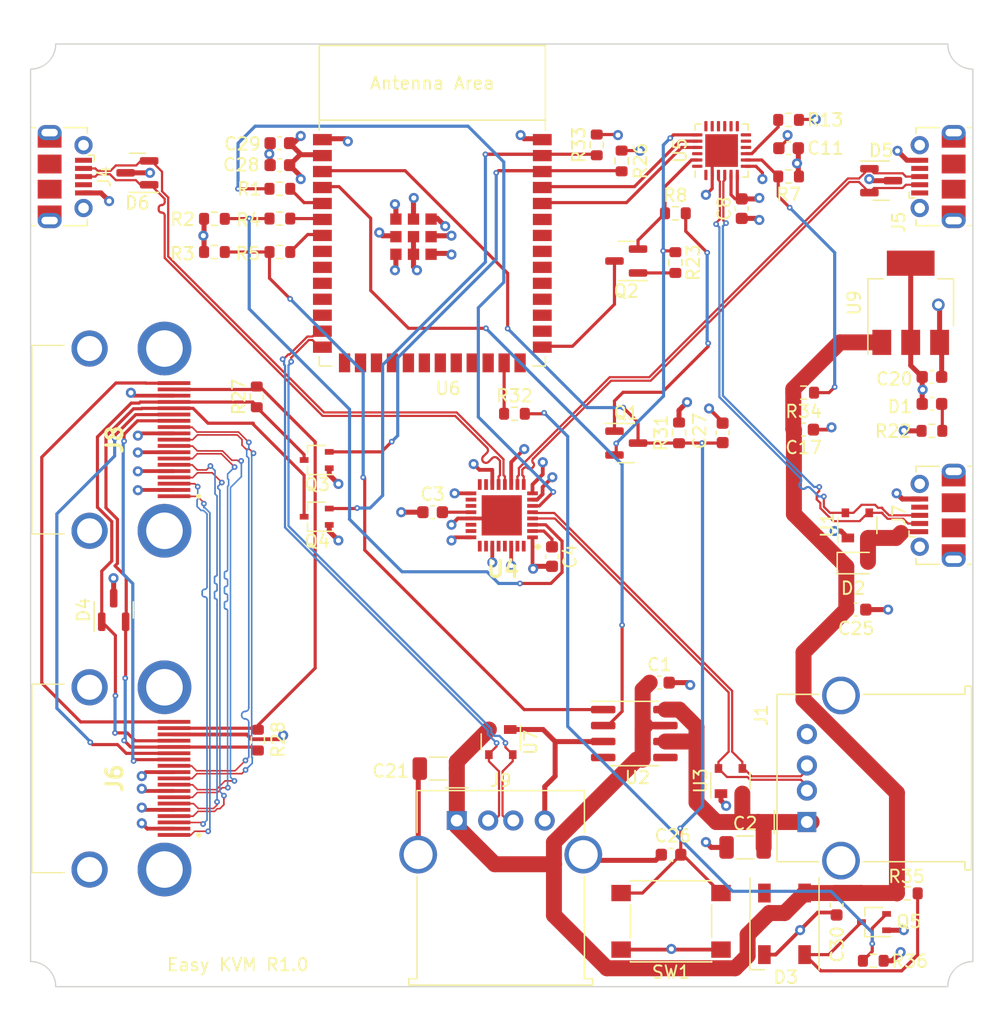
<source format=kicad_pcb>
(kicad_pcb (version 20211014) (generator pcbnew)
  (layers (0 "F.Cu" signal) (1 "In1.Cu" signal) (2 "In2.Cu" signal) (31 "B.Cu" signal) (34 "B.Paste" user) (35 "F.Paste" user) (36 "B.SilkS" user "B.Silkscreen") (37 "F.SilkS" user "F.Silkscreen") (38 "B.Mask" user) (39 "F.Mask" user) (44 "Edge.Cuts" user))
  (net 0 "")
  (net 1 "RGB")
  (net 2 "Net-(Q5-Pad2)")
  (net 3 "3.3V")
  (net 4 "CHIP_PU")
  (net 5 "Net-(Q1-Pad2)")
  (net 6 "Net-(Q2-Pad1)")
  (net 7 "Net-(D1-Pad2)")
  (net 8 "Net-(R13-Pad2)")
  (net 9 "VBUS")
  (net 10 "Net-(R34-Pad2)")
  (net 11 "Net-(Q2-Pad2)")
  (net 12 "Net-(Q1-Pad1)")
  (net 13 "GND")
  (net 14 "KVM_ENABLE")
  (net 15 "Net-(R4-Pad2)")
  (net 16 "DDC_SDA")
  (net 17 "ESD_DDC_SDA")
  (net 18 "HDMI_5V")
  (net 19 "ESD_DDC_SCL")
  (net 20 "DDC_SCL")
  (net 21 "KVM_SELECT")
  (net 22 "Net-(R1-Pad2)")
  (net 23 "Net-(D3-Pad2)")
  (net 24 "BOOT")
  (net 25 "HUB_VBUS")
  (net 26 "HUB_USB_P")
  (net 27 "HUB_USB_N")
  (net 28 "USB_ENABLE")
  (net 31 "ESD_PC2_USB_P")
  (net 32 "ESD_PC2_USB_N")
  (net 33 "ESD_PC1_USB_N")
  (net 34 "ESD_PC1_USB_P")
  (net 35 "ESD_VBUS")
  (net 36 "ESD_USB_N")
  (net 37 "ESD_USB_P")
  (net 38 "KBD_USB_P")
  (net 39 "KBD_USB_N")
  (net 50 "U0_TXD")
  (net 51 "U0_RXD")
  (net 54 "Net-(C4-Pad1)")
  (net 59 "Net-(C3-Pad2)")
  (net 68 "HDMI_D2_P")
  (net 69 "HDMI_D2_N")
  (net 70 "HDMI_D1_P")
  (net 71 "HDMI_D1_N")
  (net 72 "HDMI_D0_P")
  (net 73 "HDMI_D0_N")
  (net 74 "HDMI_CLK_P")
  (net 75 "HDMI_CLK_N")
  (net 76 "Net-(J6-Pad13)")
  (net 77 "Net-(J6-Pad14)")
  (net 78 "Net-(J6-Pad19)")
  (net 80 "Net-(R5-Pad2)")
  (net 81 "OVER_CURRENT")
  (footprint "Resistor_SMD:R_0603_1608Metric" (layer "F.Cu") (at 165.74 123.78 180)
    (fp_text reference "R22")
    (fp_text value "5.1K")
  )
  (footprint "Resistor_SMD:R_0603_1608Metric" (layer "F.Cu") (at 145.61 123.94 -90)
    (fp_text reference "R31")
    (fp_text value "10K")
  )
  (footprint "Capacitor_SMD:C_0603_1608Metric" (layer "F.Cu") (at 159.7 138)
    (fp_text reference "C25")
    (fp_text value "10uF")
  )
  (footprint "MyParts:2086581051" (layer "F.Cu") (at 100.18 124.48 -90)
    (fp_text reference "J8")
    (fp_text value "HDMI_A" hide)
  )
  (footprint "Resistor_SMD:R_0603_1608Metric" (layer "F.Cu") (at 163.78 160.575 180)
    (fp_text reference "R35")
    (fp_text value "10K")
  )
  (footprint "Capacitor_SMD:C_0603_1608Metric" (layer "F.Cu") (at 144.975 157.5 180)
    (fp_text reference "C26")
    (fp_text value "0.1uF")
  )
  (footprint "Resistor_SMD:R_0603_1608Metric" (layer "F.Cu") (at 145.32 106.47)
    (fp_text reference "R8")
    (fp_text value "10K")
  )
  (footprint "Capacitor_SMD:C_0603_1608Metric" (layer "F.Cu") (at 135.5 133.78 -90)
    (fp_text reference "C4")
    (fp_text value "0.1uF")
  )
  (footprint "Capacitor_SMD:C_0603_1608Metric" (layer "F.Cu") (at 144.05 143.81)
    (fp_text reference "C1")
    (fp_text value "0.1uF")
  )
  (footprint "Resistor_SMD:R_0603_1608Metric" (layer "F.Cu") (at 112 121.075 90)
    (fp_text reference "R27")
    (fp_text value "10K")
  )
  (footprint "Package_TO_SOT_SMD:SOT-143" (layer "F.Cu") (at 159.8 131.3 90)
    (fp_text reference "U1")
    (fp_text value "SP0503BAHT")
  )
  (footprint "Resistor_SMD:R_0603_1608Metric" (layer "F.Cu") (at 108.63 109.55 180)
    (fp_text reference "R3")
    (fp_text value "100K")
  )
  (footprint "Connector_USB:USB_Micro-B_Molex-105017-0001" (layer "F.Cu") (at 166.23 130.5 90)
    (fp_text reference "J7")
    (fp_text value "USB_B_Micro")
  )
  (footprint "MyParts:2086581051" (layer "F.Cu") (at 100.18 151.4295 -90)
    (fp_text reference "J6")
    (fp_text value "HDMI_A" hide)
  )
  (footprint "Resistor_SMD:R_0603_1608Metric" (layer "F.Cu") (at 108.63 106.91)
    (fp_text reference "R2")
    (fp_text value "100K")
  )
  (footprint "Connector_USB:USB_Micro-B_Molex-105017-0001" (layer "F.Cu") (at 96.75 103.55 -90)
    (fp_text reference "J4")
    (fp_text value "USB_B_Micro")
  )
  (footprint "Package_TO_SOT_SMD:SOT-323_SC-70" (layer "F.Cu") (at 116.77 130.61 180)
    (fp_text reference "Q4")
    (fp_text value "BSS138")
  )
  (footprint "Connector_USB:USB_A_Molex_67643_Horizontal" (layer "F.Cu") (at 127.92 154.78)
    (fp_text reference "J9")
    (fp_text value "USB_A")
  )
  (footprint "Connector_USB:USB_A_Molex_67643_Horizontal" (layer "F.Cu") (at 155.79 154.9 90)
    (fp_text reference "J1")
    (fp_text value "USB_A")
  )
  (footprint "Capacitor_SMD:C_0603_1608Metric" (layer "F.Cu") (at 154.33 101.29)
    (fp_text reference "C11")
    (fp_text value "0.1uF")
  )
  (footprint "Capacitor_SMD:C_0603_1608Metric" (layer "F.Cu") (at 149.08 123.94 90)
    (fp_text reference "C27")
    (fp_text value "1uF")
  )
  (footprint "Resistor_SMD:R_0603_1608Metric" (layer "F.Cu") (at 139.06 101.03 90)
    (fp_text reference "R33")
    (fp_text value "10K")
  )
  (footprint "Capacitor_SMD:C_0603_1608Metric" (layer "F.Cu") (at 113.84 100.89 180)
    (fp_text reference "C29")
    (fp_text value "0.1uF")
  )
  (footprint "Resistor_SMD:R_0603_1608Metric" (layer "F.Cu") (at 154.33 103.54 180)
    (fp_text reference "R7")
    (fp_text value "47K")
  )
  (footprint "Resistor_SMD:R_0603_1608Metric" (layer "F.Cu") (at 113.84 106.89)
    (fp_text reference "R4")
    (fp_text value "1K")
  )
  (footprint "Package_TO_SOT_SMD:SOT-143" (layer "F.Cu") (at 149.7 151.64 90)
    (fp_text reference "U3")
    (fp_text value "SP0503BAHT")
  )
  (footprint "Package_TO_SOT_SMD:SOT-23" (layer "F.Cu") (at 141.41 124.75)
    (fp_text reference "Q1")
    (fp_text value "MMBT3904")
  )
  (footprint "Resistor_SMD:R_0603_1608Metric" (layer "F.Cu") (at 161.07 165.94)
    (fp_text reference "R36")
    (fp_text value "10K")
  )
  (footprint "Resistor_SMD:R_0603_1608Metric" (layer "F.Cu") (at 132.51 122.42)
    (fp_text reference "R32")
    (fp_text value "1K")
  )
  (footprint "Diode_SMD:D_SOD-323" (layer "F.Cu") (at 159.7 134.3)
    (fp_text reference "D2")
    (fp_text value "1N5819")
  )
  (footprint "Package_TO_SOT_SMD:SOT-223-3_TabPin2" (layer "F.Cu") (at 164.05 113.59 90)
    (fp_text reference "U9")
    (fp_text value "AP7361C-33E")
  )
  (footprint "Capacitor_SMD:C_0603_1608Metric" (layer "F.Cu") (at 158.15 161.52 90)
    (fp_text reference "C30")
    (fp_text value "0.1uF")
  )
  (footprint "Package_TO_SOT_SMD:SOT-323_SC-70" (layer "F.Cu") (at 161.13 162.86 180)
    (fp_text reference "Q5")
    (fp_text value "BSS138")
  )
  (footprint "Package_TO_SOT_SMD:SOT-323_SC-70" (layer "F.Cu") (at 116.77 126.1 180)
    (fp_text reference "Q3")
    (fp_text value "BSS138")
  )
  (footprint "Resistor_SMD:R_0603_1608Metric" (layer "F.Cu") (at 112.09 148.385 90)
    (fp_text reference "R28")
    (fp_text value "10K")
  )
  (footprint "Connector_USB:USB_Micro-B_Molex-105017-0001" (layer "F.Cu") (at 166.23 103.55 90)
    (fp_text reference "J5")
    (fp_text value "USB_B_Micro")
  )
  (footprint "Resistor_SMD:R_0603_1608Metric" (layer "F.Cu") (at 113.84 109.55)
    (fp_text reference "R5")
    (fp_text value "1K")
  )
  (footprint "Capacitor_SMD:C_0603_1608Metric" (layer "F.Cu") (at 126 130.25)
    (fp_text reference "C3")
    (fp_text value "0.1uF")
  )
  (footprint "Capacitor_SMD:C_0603_1608Metric" (layer "F.Cu") (at 165.74 121.635)
    (fp_text reference "D1")
    (fp_text value "RED LED")
  )
  (footprint "Resistor_SMD:R_0603_1608Metric" (layer "F.Cu") (at 141.04 102.305 90)
    (fp_text reference "R26")
    (fp_text value "10K")
  )
  (footprint "Package_DFN_QFN:QFN-24-1EP_4x4mm_P0.5mm_EP2.6x2.6mm" (layer "F.Cu") (at 149 101.48 90)
    (fp_text reference "U5")
    (fp_text value "CP2102N-Axx-xQFN24")
  )
  (footprint "Package_TO_SOT_SMD:SOT-23" (layer "F.Cu") (at 102.5 103.25 180)
    (fp_text reference "D6")
    (fp_text value "SP0502BAHT")
  )
  (footprint "MyParts:QFN50P500X500X80-33N" (layer "F.Cu") (at 131.5 130.5 180)
    (fp_text reference "U4")
    (fp_text value "MAX4999ETJ+" hide)
  )
  (footprint "Package_TO_SOT_SMD:SOT-23" (layer "F.Cu") (at 100.6125 138.03 90)
    (fp_text reference "D4")
    (fp_text value "SP0502BAHT")
  )
  (footprint "Resistor_SMD:R_0603_1608Metric" (layer "F.Cu") (at 155.53 120.74)
    (fp_text reference "R34")
    (fp_text value "22K")
  )
  (footprint "Espressif:ESP32-S3-WROOM-1" (layer "F.Cu") (at 125.975 108.87)
    (fp_text reference "U6")
    (fp_text value "ESP32-S3-WROOM-1")
  )
  (footprint "Button_Switch_SMD:SW_Push_1P1T_NO_6x6mm_H9.5mm" (layer "F.Cu") (at 144.975 162.8 180)
    (fp_text reference "SW1")
    (fp_text value "RESET")
  )
  (footprint "Capacitor_SMD:C_0603_1608Metric" (layer "F.Cu") (at 113.84 102.64 180)
    (fp_text reference "C28")
    (fp_text value "10uF")
  )
  (footprint "Package_TO_SOT_SMD:SOT-23" (layer "F.Cu") (at 161.7 103.875)
    (fp_text reference "D5")
    (fp_text value "SP0502BAHT")
  )
  (footprint "Resistor_SMD:R_0603_1608Metric" (layer "F.Cu") (at 113.84 104.52)
    (fp_text reference "R1")
    (fp_text value "1K")
  )
  (footprint "Resistor_SMD:R_0603_1608Metric" (layer "F.Cu") (at 154.33 99.04 180)
    (fp_text reference "R13")
    (fp_text value "1K")
  )
  (footprint "Package_SO:SOIC-8_3.9x4.9mm_P1.27mm" (layer "F.Cu") (at 142.05 147.86)
    (fp_text reference "U2")
    (fp_text value "LM3525M-H")
  )
  (footprint "Package_TO_SOT_SMD:SOT-23" (layer "F.Cu") (at 141.41 110.265 180)
    (fp_text reference "Q2")
    (fp_text value "MMBT3904")
  )
  (footprint "Capacitor_SMD:C_1206_3216Metric" (layer "F.Cu") (at 126.45 150.65 180)
    (fp_text reference "C21")
    (fp_text value "100uF")
  )
  (footprint "Resistor_SMD:R_0603_1608Metric" (layer "F.Cu") (at 145.32 110.39 -90)
    (fp_text reference "R23")
    (fp_text value "10K")
  )
  (footprint "LED_SMD:LED_SK6812_PLCC4_5.0x5.0mm_P3.2mm" (layer "F.Cu") (at 154.005 163 -90)
    (fp_text reference "D3")
    (fp_text value "SK6812")
  )
  (footprint "Capacitor_SMD:C_0603_1608Metric" (layer "F.Cu") (at 155.53 123.68 180)
    (fp_text reference "C17")
    (fp_text value "4.7uF")
  )
  (footprint "Package_TO_SOT_SMD:SOT-143" (layer "F.Cu") (at 131.425 148.54 -90)
    (fp_text reference "U7")
    (fp_text value "SP0503BAHT")
  )
  (footprint "Capacitor_SMD:C_0603_1608Metric" (layer "F.Cu") (at 165.74 119.49)
    (fp_text reference "C20")
    (fp_text value "4.7uF")
  )
  (footprint "Capacitor_SMD:C_0603_1608Metric" (layer "F.Cu") (at 150.6 106.1 -90)
    (fp_text reference "C8")
    (fp_text value "4.7uF")
  )
  (footprint "Capacitor_SMD:C_1206_3216Metric" (layer "F.Cu") (at 150.87 156.92)
    (fp_text reference "C2")
    (fp_text value "100uF")
  )
  (gr_line locked (start 167 168) (end 96 168) (layer "Edge.Cuts") (width 0.1))
  (gr_arc (start 167 168) (mid 167.585786 166.585786) (end 169 166) (layer "Edge.Cuts") (width 0.1))
  (gr_arc (start 96 93) (mid 95.414214 94.414214) (end 94 95) (layer "Edge.Cuts") (width 0.1))
  (gr_line locked (start 169 95) (end 169 166) (layer "Edge.Cuts") (width 0.1))
  (gr_line locked (start 96 93) (end 167 93) (layer "Edge.Cuts") (width 0.1))
  (gr_arc (start 169 95) (mid 167.585786 94.414214) (end 167 93) (layer "Edge.Cuts") (width 0.1))
  (gr_arc (start 94 166) (mid 95.414214 166.585786) (end 96 168) (layer "Edge.Cuts") (width 0.1))
  (gr_line locked (start 94 95) (end 94 166) (layer "Edge.Cuts") (width 0.1))
  (gr_text "Easy KVM R1.0" (at 104.75 166.25) (layer "F.SilkS") (effects (font (size 1 1)) (justify left)))
  (segment (start 131.69 122.415) (end 131.69 118.3) (width 0.25) (layer "F.Cu") (net 1))
  (segment (start 134.8 122.42) (end 134.875 122.345) (width 0.25) (layer "F.Cu") (net 2))
  (segment (start 133.335 122.42) (end 134.8 122.42) (width 0.25) (layer "F.Cu") (net 2))
  (segment (start 160.99 165.195) (end 160.245 165.94) (width 0.25) (layer "F.Cu") (net 2))
  (segment (start 160.99 163.35) (end 162.13 162.21) (width 0.25) (layer "F.Cu") (net 2))
  (segment (start 160.99 164.58) (end 160.99 165.195) (width 0.25) (layer "F.Cu") (net 2))
  (segment (start 160.99 164.58) (end 160.99 163.35) (width 0.25) (layer "F.Cu") (net 2))
  (via (at 160.99 164.58) (size 0.45) (drill 0.2) (layers "F.Cu" "B.Cu") (net 2))
  (via (at 134.875 122.345) (size 0.45) (drill 0.2) (layers "F.Cu" "B.Cu") (net 2))
  (segment (start 160.99 163.69) (end 157.71 160.41) (width 0.25) (layer "B.Cu") (net 2))
  (segment (start 149.865815 160.41) (end 136.75 147.294185) (width 0.25) (layer "B.Cu") (net 2))
  (segment (start 136.75 147.294185) (end 136.75 124.22) (width 0.25) (layer "B.Cu") (net 2))
  (segment (start 157.71 160.41) (end 149.865815 160.41) (width 0.25) (layer "B.Cu") (net 2))
  (segment (start 136.75 124.22) (end 134.875 122.345) (width 0.25) (layer "B.Cu") (net 2))
  (segment (start 160.99 164.58) (end 160.99 163.69) (width 0.25) (layer "B.Cu") (net 2))
  (segment (start 150.6 105.325) (end 151.925 105.325) (width 0.4) (layer "F.Cu") (net 3))
  (segment (start 114.9285 100.89) (end 114.615 100.89) (width 0.4) (layer "F.Cu") (net 3))
  (segment (start 154.25 100.595) (end 153.555 101.29) (width 0.25) (layer "F.Cu") (net 3))
  (segment (start 117.77 131.26) (end 117.77 131.77) (width 0.4) (layer "F.Cu") (net 3))
  (segment (start 166.515 119.49) (end 166.515 116.905) (width 0.4) (layer "F.Cu") (net 3))
  (segment (start 145.61 122.14) (end 146.25 121.5) (width 0.4) (layer "F.Cu") (net 3))
  (segment (start 166.35 116.74) (end 166.35 113.85) (width 0.4) (layer "F.Cu") (net 3))
  (segment (start 139.06 100.205) (end 140.455 100.205) (width 0.25) (layer "F.Cu") (net 3))
  (segment (start 162.56 165.94) (end 163.25 165.25) (width 0.4) (layer "F.Cu") (net 3))
  (segment (start 150.25 103.4175) (end 150.25 104.975) (width 0.25) (layer "F.Cu") (net 3))
  (segment (start 151.925 105.325) (end 152 105.25) (width 0.4) (layer "F.Cu") (net 3))
  (segment (start 115.445 101.72) (end 114.615 100.89) (width 0.4) (layer "F.Cu") (net 3))
  (segment (start 115.445 101.81) (end 114.615 102.64) (width 0.4) (layer "F.Cu") (net 3))
  (segment (start 150.9375 102.73) (end 151.73 102.73) (width 0.25) (layer "F.Cu") (net 3))
  (segment (start 115.5 100.3185) (end 114.9285 100.89) (width 0.4) (layer "F.Cu") (net 3))
  (segment (start 163.49 163.51) (end 163.5 163.5) (width 0.4) (layer "F.Cu") (net 3))
  (segment (start 149.75 105) (end 150.075 105.325) (width 0.25) (layer "F.Cu") (net 3))
  (segment (start 166.35 113.85) (end 166.25 113.75) (width 0.4) (layer "F.Cu") (net 3))
  (segment (start 115.5 103.525) (end 114.615 102.64) (width 0.4) (layer "F.Cu") (net 3))
  (segment (start 140.455 100.205) (end 140.5 100.25) (width 0.25) (layer "F.Cu") (net 3))
  (segment (start 115.445 101.81) (end 115.445 101.72) (width 0.4) (layer "F.Cu") (net 3))
  (segment (start 115.5 103.75) (end 115.5 103.525) (width 0.4) (layer "F.Cu") (net 3))
  (segment (start 150.075 105.325) (end 150.6 105.325) (width 0.25) (layer "F.Cu") (net 3))
  (segment (start 117.77 126.75) (end 117.77 127.27) (width 0.4) (layer "F.Cu") (net 3))
  (segment (start 154.25 100.25) (end 154.25 100.595) (width 0.25) (layer "F.Cu") (net 3))
  (segment (start 149.75 103.4175) (end 149.75 105) (width 0.25) (layer "F.Cu") (net 3))
  (segment (start 117.77 127.27) (end 118.5 128) (width 0.4) (layer "F.Cu") (net 3))
  (segment (start 117.225 101.81) (end 115.445 101.81) (width 0.4) (layer "F.Cu") (net 3))
  (segment (start 163.53 123.78) (end 163.5 123.75) (width 0.4) (layer "F.Cu") (net 3))
  (segment (start 164.915 123.78) (end 163.53 123.78) (width 0.4) (layer "F.Cu") (net 3))
  (segment (start 151.73 102.73) (end 152.25 103.25) (width 0.25) (layer "F.Cu") (net 3))
  (segment (start 145.61 123.115) (end 145.61 122.14) (width 0.4) (layer "F.Cu") (net 3))
  (segment (start 150.25 104.975) (end 150.6 105.325) (width 0.25) (layer "F.Cu") (net 3))
  (segment (start 117.77 131.77) (end 118.5 132.5) (width 0.4) (layer "F.Cu") (net 3))
  (segment (start 152.25 103.25) (end 152.25 103.75) (width 0.25) (layer "F.Cu") (net 3))
  (segment (start 161.895 165.94) (end 162.56 165.94) (width 0.4) (layer "F.Cu") (net 3))
  (segment (start 156.5 99) (end 155.195 99) (width 0.25) (layer "F.Cu") (net 3))
  (segment (start 141.04 101.48) (end 142.48 101.48) (width 0.25) (layer "F.Cu") (net 3))
  (segment (start 162.13 163.51) (end 163.49 163.51) (width 0.4) (layer "F.Cu") (net 3))
  (via (at 118.5 128) (size 0.8) (drill 0.4) (layers "F.Cu" "B.Cu") (net 3))
  (via (at 156.5 99) (size 0.8) (drill 0.4) (layers "F.Cu" "B.Cu") (net 3))
  (via (at 166.25 113.75) (size 1) (drill 0.6) (layers "F.Cu" "B.Cu") (net 3))
  (via (at 115.5 100.3185) (size 0.8) (drill 0.4) (layers "F.Cu" "B.Cu") (net 3))
  (via (at 115.5 103.75) (size 0.8) (drill 0.4) (layers "F.Cu" "B.Cu") (net 3))
  (via (at 152 105.25) (size 0.8) (drill 0.4) (layers "F.Cu" "B.Cu") (net 3))
  (via (at 152.25 103.75) (size 0.8) (drill 0.4) (layers "F.Cu" "B.Cu") (net 3))
  (via (at 140.75 100.25) (size 0.8) (drill 0.4) (layers "F.Cu" "B.Cu") (net 3))
  (via (at 163.25 165.25) (size 0.8) (drill 0.4) (layers "F.Cu" "B.Cu") (net 3))
  (via (at 142.5 101.5) (size 0.8) (drill 0.4) (layers "F.Cu" "B.Cu") (net 3))
  (via (at 163.5 123.75) (size 0.8) (drill 0.4) (layers "F.Cu" "B.Cu") (net 3))
  (via (at 146.25 121.5) (size 0.8) (drill 0.4) (layers "F.Cu" "B.Cu") (net 3))
  (via (at 154.25 100.25) (size 0.8) (drill 0.4) (layers "F.Cu" "B.Cu") (net 3))
  (via (at 163.5 163.5) (size 0.8) (drill 0.4) (layers "F.Cu" "B.Cu") (net 3))
  (via (at 118.5 132.5) (size 0.8) (drill 0.4) (layers "F.Cu" "B.Cu") (net 3))
  (segment (start 142.3475 123.1075) (end 141.17 121.93) (width 0.25) (layer "F.Cu") (net 4))
  (segment (start 131.97 111.24) (end 123.81 103.08) (width 0.25) (layer "F.Cu") (net 4))
  (segment (start 141 160.55) (end 142.7 160.55) (width 0.25) (layer "F.Cu") (net 4))
  (segment (start 145.75 155.44) (end 145.71 155.4) (width 0.25) (layer "F.Cu") (net 4))
  (segment (start 142.7 160.55) (end 145.75 157.5) (width 0.25) (layer "F.Cu") (net 4))
  (segment (start 147.44 124.75) (end 149.045 124.75) (width 0.25) (layer "F.Cu") (net 4))
  (segment (start 142.3475 124.75) (end 147.44 124.75) (width 0.25) (layer "F.Cu") (net 4))
  (segment (start 148.95 160.55) (end 145.9 157.5) (width 0.25) (layer "F.Cu") (net 4))
  (segment (start 142.3475 124.75) (end 142.3475 123.1075) (width 0.25) (layer "F.Cu") (net 4))
  (segment (start 123.81 103.08) (end 117.225 103.08) (width 0.25) (layer "F.Cu") (net 4))
  (segment (start 131.97 115.64) (end 131.97 111.24) (width 0.25) (layer "F.Cu") (net 4))
  (segment (start 145.75 157.5) (end 145.75 155.44) (width 0.25) (layer "F.Cu") (net 4))
  (via (at 147.44 124.75) (size 0.45) (drill 0.2) (layers "F.Cu" "B.Cu") (net 4))
  (via (at 141.17 121.93) (size 0.45) (drill 0.2) (layers "F.Cu" "B.Cu") (net 4))
  (via (at 145.71 155.4) (size 0.45) (drill 0.2) (layers "F.Cu" "B.Cu") (net 4))
  (via (at 131.97 115.64) (size 0.45) (drill 0.2) (layers "F.Cu" "B.Cu") (net 4))
  (segment (start 147.48 124.79) (end 147.44 124.75) (width 0.25) (layer "B.Cu") (net 4))
  (segment (start 147.48 153.63) (end 147.48 124.79) (width 0.25) (layer "B.Cu") (net 4))
  (segment (start 138.26 121.93) (end 141.17 121.93) (width 0.25) (layer "B.Cu") (net 4))
  (segment (start 145.71 155.4) (end 147.48 153.63) (width 0.25) (layer "B.Cu") (net 4))
  (segment (start 131.97 115.64) (end 138.26 121.93) (width 0.25) (layer "B.Cu") (net 4))
  (segment (start 140.61 124.78) (end 140.61 125.5625) (width 0.25) (layer "F.Cu") (net 5))
  (segment (start 144.35 109.46) (end 145.215 109.46) (width 0.25) (layer "F.Cu") (net 5))
  (segment (start 145.17 100.23) (end 144.91 100.49) (width 0.25) (layer "F.Cu") (net 5))
  (segment (start 147.0625 100.23) (end 145.17 100.23) (width 0.25) (layer "F.Cu") (net 5))
  (via (at 140.61 124.78) (size 0.45) (drill 0.2) (layers "F.Cu" "B.Cu") (net 5))
  (via (at 144.35 109.46) (size 0.45) (drill 0.2) (layers "F.Cu" "B.Cu") (net 5))
  (via (at 144.91 100.49) (size 0.45) (drill 0.2) (layers "F.Cu" "B.Cu") (net 5))
  (segment (start 144.35 109.46) (end 144.36 109.45) (width 0.25) (layer "B.Cu") (net 5))
  (segment (start 144.38 109.49) (end 144.35 109.46) (width 0.25) (layer "B.Cu") (net 5))
  (segment (start 140.61 124.78) (end 144.38 121.01) (width 0.25) (layer "B.Cu") (net 5))
  (segment (start 144.38 121.01) (end 144.38 109.49) (width 0.25) (layer "B.Cu") (net 5))
  (segment (start 144.36 109.45) (end 144.36 101.04) (width 0.25) (layer "B.Cu") (net 5))
  (segment (start 144.36 101.04) (end 144.91 100.49) (width 0.25) (layer "B.Cu") (net 5))
  (segment (start 145.32 111.215) (end 142.3475 111.215) (width 0.25) (layer "F.Cu") (net 6))
  (segment (start 166.565 123.78) (end 166.565 121.685) (width 0.25) (layer "F.Cu") (net 7))
  (segment (start 151.398008 101.73) (end 151.675 101.453008) (width 0.25) (layer "F.Cu") (net 8))
  (segment (start 151.675 101.453008) (end 151.675 101.435) (width 0.25) (layer "F.Cu") (net 8))
  (segment (start 150.9375 101.73) (end 151.398008 101.73) (width 0.25) (layer "F.Cu") (net 8))
  (segment (start 153.505 99.605) (end 153.505 99.04) (width 0.25) (layer "F.Cu") (net 8))
  (segment (start 151.675 101.435) (end 153.505 99.605) (width 0.25) (layer "F.Cu") (net 8))
  (segment (start 151.07 163.865) (end 152.795 162.14) (width 1.27) (layer "F.Cu") (net 9))
  (segment (start 127.925 150.09) (end 130.475 147.54) (width 1.27) (layer "F.Cu") (net 9))
  (segment (start 127.925 150.65) (end 127.925 150.09) (width 1.27) (layer "F.Cu") (net 9))
  (segment (start 152.795 162.14) (end 154.015 162.14) (width 1.27) (layer "F.Cu") (net 9))
  (segment (start 135.655 156.515) (end 135.655 162.32) (width 1.27) (layer "F.Cu") (net 9))
  (segment (start 139.87 166.535) (end 150.075 166.535) (width 1.27) (layer "F.Cu") (net 9))
  (segment (start 142.715 147.445) (end 142.715 149.927811) (width 1.27) (layer "F.Cu") (net 9))
  (segment (start 158.925 134.575) (end 158.65 134.3) (width 1.27) (layer "F.Cu") (net 9))
  (segment (start 130.945 158.26) (end 135.66 158.26) (width 1.27) (layer "F.Cu") (net 9))
  (segment (start 158.925 138) (end 155.52 141.405) (width 1.27) (layer "F.Cu") (net 9))
  (segment (start 158.925 138) (end 158.925 134.575) (width 1.27) (layer "F.Cu") (net 9))
  (segment (start 144.525 147.225) (end 142.935 147.225) (width 0.6) (layer "F.Cu") (net 9))
  (segment (start 162.955 152.587189) (end 162.955 160.575) (width 1.27) (layer "F.Cu") (net 9))
  (segment (start 150.075 166.535) (end 151.07 165.54) (width 1.27) (layer "F.Cu") (net 9))
  (segment (start 142.715 149.927811) (end 142.715 144.37) (width 1.27) (layer "F.Cu") (net 9))
  (segment (start 160.11 160.55) (end 162.93 160.55) (width 1.27) (layer "F.Cu") (net 9))
  (segment (start 127.925 155.24) (end 130.945 158.26) (width 1.27) (layer "F.Cu") (net 9))
  (segment (start 135.655 162.32) (end 139.87 166.535) (width 1.27) (layer "F.Cu") (net 9))
  (segment (start 160.11 160.55) (end 155.605 160.55) (width 1.27) (layer "F.Cu") (net 9))
  (segment (start 142.935 147.225) (end 142.715 147.445) (width 1.27) (layer "F.Cu") (net 9))
  (segment (start 155.52 141.405) (end 155.52 145.152189) (width 1.27) (layer "F.Cu") (net 9))
  (segment (start 154.755 130.405) (end 158.65 134.3) (width 1.27) (layer "F.Cu") (net 9))
  (segment (start 142.715 144.37) (end 143.275 143.81) (width 1.27) (layer "F.Cu") (net 9))
  (segment (start 158 160.55) (end 160.11 160.55) (width 1.27) (layer "F.Cu") (net 9))
  (segment (start 142.242189 149.927811) (end 135.655 156.515) (width 1.27) (layer "F.Cu") (net 9))
  (segment (start 161.75 116.74) (end 158.416289 116.74) (width 1.27) (layer "F.Cu") (net 9))
  (segment (start 127.925 155.24) (end 127.925 150.65) (width 1.27) (layer "F.Cu") (net 9))
  (segment (start 158.416289 116.74) (end 154.705 120.451289) (width 1.27) (layer "F.Cu") (net 9))
  (segment (start 154.705 123.63) (end 154.755 123.68) (width 1.27) (layer "F.Cu") (net 9))
  (segment (start 154.755 123.68) (end 154.755 130.405) (width 1.27) (layer "F.Cu") (net 9))
  (segment (start 162.93 160.55) (end 162.955 160.575) (width 1.27) (layer "F.Cu") (net 9))
  (segment (start 155.52 145.152189) (end 162.955 152.587189) (width 1.27) (layer "F.Cu") (net 9))
  (segment (start 142.715 149.927811) (end 142.242189 149.927811) (width 1.27) (layer "F.Cu") (net 9))
  (segment (start 154.015 162.14) (end 155.605 160.55) (width 1.27) (layer "F.Cu") (net 9))
  (segment (start 154.705 120.74) (end 154.705 123.63) (width 1.27) (layer "F.Cu") (net 9))
  (segment (start 154.705 120.451289) (end 154.705 120.74) (width 1.27) (layer "F.Cu") (net 9))
  (segment (start 151.07 165.54) (end 151.07 163.865) (width 1.27) (layer "F.Cu") (net 9))
  (segment (start 156.355 120.74) (end 157.55 120.74) (width 0.25) (layer "F.Cu") (net 10))
  (segment (start 153.505 103.54) (end 153.505 105.105) (width 0.25) (layer "F.Cu") (net 10))
  (segment (start 152.195 102.23) (end 153.505 103.54) (width 0.25) (layer "F.Cu") (net 10))
  (segment (start 150.9375 102.23) (end 152.195 102.23) (width 0.25) (layer "F.Cu") (net 10))
  (segment (start 153.505 105.105) (end 154.42 106.02) (width 0.25) (layer "F.Cu") (net 10))
  (segment (start 157.55 120.74) (end 158 120.29) (width 0.25) (layer "F.Cu") (net 10))
  (via (at 158 120.29) (size 0.45) (drill 0.2) (layers "F.Cu" "B.Cu") (net 10))
  (via (at 154.42 106.02) (size 0.45) (drill 0.2) (layers "F.Cu" "B.Cu") (net 10))
  (segment (start 158 109.6) (end 154.42 106.02) (width 0.25) (layer "B.Cu") (net 10))
  (segment (start 158 120.29) (end 158 109.6) (width 0.25) (layer "B.Cu") (net 10))
  (segment (start 144.495 106.47) (end 144.495 104.336992) (width 0.25) (layer "F.Cu") (net 11))
  (segment (start 142.3475 109.315) (end 142.3475 108.6175) (width 0.25) (layer "F.Cu") (net 11))
  (segment (start 142.3475 108.6175) (end 144.495 106.47) (width 0.25) (layer "F.Cu") (net 11))
  (segment (start 144.495 104.336992) (end 146.601992 102.23) (width 0.25) (layer "F.Cu") (net 11))
  (segment (start 146.601992 102.23) (end 147.0625 102.23) (width 0.25) (layer "F.Cu") (net 11))
  (segment (start 140.4725 123.8) (end 140.4725 121.3975) (width 0.25) (layer "F.Cu") (net 12))
  (segment (start 147.93 117.06) (end 147.93 116.81) (width 0.25) (layer "F.Cu") (net 12))
  (segment (start 144.28 120.71) (end 147.93 117.06) (width 0.25) (layer "F.Cu") (net 12))
  (segment (start 140.4725 121.3975) (end 141.16 120.71) (width 0.25) (layer "F.Cu") (net 12))
  (segment (start 146.145 107.895) (end 147.85 109.6) (width 0.25) (layer "F.Cu") (net 12))
  (segment (start 146.145 106.47) (end 146.145 107.895) (width 0.25) (layer "F.Cu") (net 12))
  (segment (start 141.16 120.71) (end 144.28 120.71) (width 0.25) (layer "F.Cu") (net 12))
  (via (at 147.85 109.6) (size 0.45) (drill 0.2) (layers "F.Cu" "B.Cu") (net 12))
  (via (at 147.93 116.81) (size 0.45) (drill 0.2) (layers "F.Cu" "B.Cu") (net 12))
  (segment (start 147.85 116.73) (end 147.93 116.81) (width 0.25) (layer "B.Cu") (net 12))
  (segment (start 147.85 109.6) (end 147.85 116.73) (width 0.25) (layer "B.Cu") (net 12))
  (segment (start 133.95 128.05) (end 133.95 128.75) (width 0.3) (layer "F.Cu") (net 13))
  (segment (start 103.0295 152.4295) (end 102.85 152.25) (width 0.3) (layer "F.Cu") (net 13))
  (segment (start 124.855 150.77) (end 124.855 157.95) (width 0.4) (layer "F.Cu") (net 13))
  (segment (start 127.41 109.66) (end 127.5 109.75) (width 0.4) (layer "F.Cu") (net 13))
  (segment (start 149.08 123.08) (end 148 122) (width 0.3) (layer "F.Cu") (net 13))
  (segment (start 146.31 143.81) (end 146.5 144) (width 0.4) (layer "F.Cu") (net 13))
  (segment (start 149.3615 153.6115) (end 148.95 153.2) (width 0.4) (layer "F.Cu") (net 13))
  (segment (start 156.65 162.1) (end 153.3 165.45) (width 0.3) (layer "F.Cu") (net 13))
  (segment (start 105.415 152.4295) (end 103.0295 152.4295) (width 0.3) (layer "F.Cu") (net 13))
  (segment (start 164.7775 129.2) (end 163.38 129.2) (width 0.4) (layer "F.Cu") (net 13))
  (segment (start 133.29 100.54) (end 133 100.25) (width 0.4) (layer "F.Cu") (net 13))
  (segment (start 125.875 108.26) (end 127.49 108.26) (width 0.4) (layer "F.Cu") (net 13))
  (segment (start 103.2955 155.4295) (end 103.2875 155.4375) (width 0.3) (layer "F.Cu") (net 13))
  (segment (start 158 162.1) (end 156.65 162.1) (width 0.3) (layer "F.Cu") (net 13))
  (segment (start 124.475 110.725) (end 124.75 111) (width 0.4) (layer "F.Cu") (net 13))
  (segment (start 111.214683 147.9375) (end 105.335 147.9375) (width 0.3) (layer "F.Cu") (net 13))
  (segment (start 114.1 148) (end 113.79 148.31) (width 0.3) (layer "F.Cu") (net 13))
  (segment (start 160.475 138) (end 162.25 138) (width 0.4) (layer "F.Cu") (net 13))
  (segment (start 134.765472 127.234528) (end 133.95 128.05) (width 0.3) (layer "F.Cu") (net 13))
  (segment (start 132.175 147.54) (end 134.79 147.54) (width 0.4) (layer "F.Cu") (net 13))
  (segment (start 105.415 150.9295) (end 103.1705 150.9295) (width 0.3) (layer "F.Cu") (net 13))
  (segment (start 133.291782 125.230816) (end 132.25 126.272598) (width 0.3) (layer "F.Cu") (net 13))
  (segment (start 103.1705 150.9295) (end 102.85 151.25) (width 0.3) (layer "F.Cu") (net 13))
  (segment (start 144.825 143.81) (end 146.31 143.81) (width 0.4) (layer "F.Cu") (net 13))
  (segment (start 125.875 106.86) (end 126.36 106.86) (width 0.4) (layer "F.Cu") (net 13))
  (segment (start 113.065 100.89) (end 113.065 102.64) (width 0.4) (layer "F.Cu") (net 13))
  (segment (start 134.195 134.555) (end 134 134.75) (width 0.4) (layer "F.Cu") (net 13))
  (segment (start 141 165.05) (end 148.95 165.05) (width 0.3) (layer "F.Cu") (net 13))
  (segment (start 164.05 118.575) (end 164.965 119.49) (width 0.4) (layer "F.Cu") (net 13))
  (segment (start 147.75 156.5) (end 148.17 156.92) (width 0.4) (layer "F.Cu") (net 13))
  (segment (start 130.75 132.95) (end 130.75 134.25) (width 0.3) (layer "F.Cu") (net 13))
  (segment (start 129.72 126.88) (end 129.26 126.42) (width 0.3) (layer "F.Cu") (net 13))
  (segment (start 160.875 103.875) (end 160.75 103.75) (width 0.4) (layer "F.Cu") (net 13))
  (segment (start 130.75 126.88) (end 129.72 126.88) (width 0.3) (layer "F.Cu") (net 13))
  (segment (start 105.415 153.9295) (end 103.0295 153.9295) (width 0.3) (layer "F.Cu") (net 13))
  (segment (start 164.965 121.635) (end 164.965 119.49) (width 0.4) (layer "F.Cu") (net 13))
  (segment (start 103.0295 153.9295) (end 102.85 153.75) (width 0.3) (layer "F.Cu") (net 13))
  (segment (start 134.725 100.54) (end 133.29 100.54) (width 0.4) (layer "F.Cu") (net 13))
  (segment (start 123.075 108.26) (end 122.01 108.26) (width 0.4) (layer "F.Cu") (net 13))
  (segment (start 129.05 130.75) (end 128 130.75) (width 0.3) (layer "F.Cu") (net 13))
  (segment (start 133.95 132.25) (end 133.95 134.7) (width 0.3) (layer "F.Cu") (net 13))
  (segment (start 133.95 134.7) (end 134 134.75) (width 0.3) (layer "F.Cu") (net 13))
  (segment (start 157.57 123.68) (end 157.75 123.5) (width 0.3) (layer "F.Cu") (net 13))
  (segment (start 128 130.75) (end 127.5 131.25) (width 0.3) (layer "F.Cu") (net 13))
  (segment (start 164.05 116.74) (end 164.05 110.44) (width 0.4) (layer "F.Cu") (net 13))
  (segment (start 148.25 103.4175) (end 148.25 102.23) (width 0.25) (layer "F.Cu") (net 13))
  (segment (start 124.475 108.26) (end 124.475 109.66) (width 0.4) (layer "F.Cu") (net 13))
  (segment (start 134.925 152.075) (end 135.75 151.25) (width 0.4) (layer "F.Cu") (net 13))
  (segment (start 125.225 130.25) (end 123.5 130.25) (width 0.4) (layer "F.Cu") (net 13))
  (segment (start 102.56 126.98) (end 102.54 127) (width 0.3) (layer "F.Cu") (net 13))
  (segment (start 163.38 129.2) (end 162.93 128.75) (width 0.4) (layer "F.Cu") (net 13))
  (segment (start 105.415 155.4295) (end 103.2955 155.4295) (width 0.3) (layer "F.Cu") (net 13))
  (segment (start 148.95 153.2) (end 148.95 152.64) (width 0.4) (layer "F.Cu") (net 13))
  (segment (start 127.75 132.25) (end 127.5 132.5) (width 0.3) (layer "F.Cu") (net 13))
  (segment (start 144.2 157.5) (end 143.75 157.95) (width 0.4) (layer "F.Cu") (net 13))
  (segment (start 134.925 155.24) (end 134.925 152.075) (width 0.4) (layer "F.Cu") (net 13))
  (segment (start 103.0375 153.9375) (end 102.85 153.75) (width 0.3) (layer "F.Cu") (net 13))
  (segment (start 124.475 106.86) (end 124.475 105.525) (width 0.4) (layer "F.Cu") (net 13))
  (segment (start 105.415 126.98) (end 102.56 126.98) (width 0.3) (layer "F.Cu") (net 13))
  (segment (start 99.6 104.85) (end 100.25 105.5) (width 0.4) (layer "F.Cu") (net 13))
  (segment (start 134.765472 126.278054) (end 134.765472 127.234528) (width 0.3) (layer "F.Cu") (net 13))
  (segment (start 129.05 128.75) (end 127.75 128.75) (width 0.3) (layer "F.Cu") (net 13))
  (segment (start 143.75 157.95) (end 137.995 157.95) (width 0.4) (layer "F.Cu") (net 13))
  (segment (start 102.716904 123.98) (end 102.54 124.156904) (width 0.3) (layer "F.Cu") (net 13))
  (segment (start 105.415 120.98) (end 102.2105 120.98) (width 0.3) (layer "F.Cu") (net 13))
  (segment (start 132.25 132.95) (end 132.25 134.5) (width 0.3) (layer "F.Cu") (net 13))
  (segment (start 117.225 100.54) (end 119.04 100.54) (width 0.4) (layer "F.Cu") (net 13))
  (segment (start 105.415 128.48) (end 102.56 128.48) (width 0.3) (layer "F.Cu") (net 13))
  (segment (start 105.415 125.48) (end 102.56 125.48) (width 0.3) (layer "F.Cu") (net 13))
  (segment (start 134.75 128.818248) (end 134.318248 129.25) (width 0.3) (layer "F.Cu") (net 13))
  (segment (start 153.3 165.45) (end 152.405 165.45) (width 0.3) (layer "F.Cu") (net 13))
  (segment (start 164.05 116.74) (end 164.05 118.575) (width 0.4) (layer "F.Cu") (net 13))
  (segment (start 134.318248 129.25) (end 133.95 129.25) (width 0.3) (layer "F.Cu") (net 13))
  (segment (start 155.105 101.29) (end 155.105 103.49) (width 0.4) (layer "F.Cu") (net 13))
  (segment (start 102.56 128.48) (end 102.54 128.5) (width 0.3) (layer "F.Cu") (net 13))
  (segment (start 124.475 109.66) (end 124.475 110.725) (width 0.4) (layer "F.Cu") (net 13))
  (segment (start 135.5 134.555) (end 134.195 134.555) (width 0.4) (layer "F.Cu") (net 13))
  (segment (start 102.2105 120.98) (end 101.98 120.7495) (width 0.3) (layer "F.Cu") (net 13))
  (segment (start 123.075 109.66) (end 123.075 110.925) (width 0.4) (layer "F.Cu") (net 13))
  (segment (start 103.2875 155.4375) (end 102.85 155) (width 0.3) (layer "F.Cu") (net 13))
  (segment (start 135.530483 127.469517) (end 134.75 128.25) (width 0.3) (layer "F.Cu") (net 13))
  (segment (start 151.875 106.875) (end 152 107) (width 0.4) (layer "F.Cu") (net 13))
  (segment (start 126.36 106.86) (end 127 107.5) (width 0.4) (layer "F.Cu") (net 13))
  (segment (start 130.75 128.05) (end 130.75 126.88) (width 0.3) (layer "F.Cu") (net 13))
  (segment (start 123.075 110.925) (end 123 111) (width 0.4) (layer "F.Cu") (net 13))
  (segment (start 132.25 126.272598) (end 132.25 128.05) (width 0.3) (layer "F.Cu") (net 13))
  (segment (start 102.56 125.48) (end 102.54 125.5) (width 0.3) (layer "F.Cu") (net 13))
  (segment (start 122.01 108.26) (end 121.75 108) (width 0.4) (layer "F.Cu") (net 13))
  (segment (start 134.79 147.54) (end 135.75 148.5) (width 0.4) (layer "F.Cu") (net 13))
  (segment (start 101.5625 103.25) (end 103.5 103.25) (width 0.4) (layer "F.Cu") (net 13))
  (segment (start 124.475 105.525) (end 124.5 105.5) (width 0.4) (layer "F.Cu") (net 13))
  (segment (start 105.415 123.98) (end 102.716904 123.98) (width 0.3) (layer "F.Cu") (net 13))
  (segment (start 163.75 102.25) (end 163 101.5) (width 0.4) (layer "F.Cu") (net 13))
  (segment (start 129.05 130.75) (end 131.25 130.75) (width 0.3) (layer "F.Cu") (net 13))
  (segment (start 134.75 128.25) (end 134.75 128.818248) (width 0.3) (layer "F.Cu") (net 13))
  (segment (start 148.17 156.92) (end 149.395 156.92) (width 0.4) (layer "F.Cu") (net 13))
  (segment (start 129.05 132.25) (end 127.75 132.25) (width 0.3) (layer "F.Cu") (net 13))
  (segment (start 135.75 148.5) (end 139.57 148.5) (width 0.4) (layer "F.Cu") (net 13))
  (segment (start 164.8475 102.25) (end 163.75 102.25) (width 0.4) (layer "F.Cu") (net 13))
  (segment (start 102.85 152.25) (end 103.0375 152.4375) (width 0.3) (layer "F.Cu") (net 13))
  (segment (start 135.75 151.25) (end 135.75 148.5) (width 0.4) (layer "F.Cu") (net 13))
  (segment (start 98.1375 104.85) (end 99.6 104.85) (width 0.4) (layer "F.Cu") (net 13))
  (segment (start 150.6 106.875) (end 151.875 106.875) (width 0.4) (layer "F.Cu") (net 13))
  (segment (start 111.587183 148.31) (end 111.214683 147.9375) (width 0.3) (layer "F.Cu") (net 13))
  (segment (start 162.6375 103.875) (end 160.875 103.875) (width 0.4) (layer "F.Cu") (net 13))
  (segment (start 159.05 132.3) (end 158.5 131.75) (width 0.4) (layer "F.Cu") (net 13))
  (segment (start 125.875 109.66) (end 127.41 109.66) (width 0.4) (layer "F.Cu") (net 13))
  (segment (start 107.805 109.55) (end 107.805 106.91) (width 0.4) (layer "F.Cu") (net 13))
  (segment (start 123.075 106.86) (end 123.075 105.925) (width 0.4) (layer "F.Cu") (net 13))
  (segment (start 119.04 100.54) (end 119.25 100.75) (width 0.4) (layer "F.Cu") (net 13))
  (segment (start 156.305 123.68) (end 157.57 123.68) (width 0.3) (layer "F.Cu") (net 13))
  (segment (start 158.5 131.75) (end 158 131.75) (width 0.4) (layer "F.Cu") (net 13))
  (segment (start 100.6125 137.0925) (end 100.6125 135.5125) (width 0.4) (layer "F.Cu") (net 13))
  (segment (start 148.25 104.5) (end 147.75 105) (width 0.25) (layer "F.Cu") (net 13))
  (segment (start 148.25 103.4175) (end 148.25 104.5) (width 0.25) (layer "F.Cu") (net 13))
  (segment (start 113.79 148.31) (end 111.587183 148.31) (width 0.3) (layer "F.Cu") (net 13))
  (via (at 123 105.75) (size 0.8) (drill 0.4) (layers "F.Cu" "B.Cu") (net 13))
  (via (at 124.5 105.25) (size 0.8) (drill 0.4) (layers "F.Cu" "B.Cu") (net 13))
  (via (at 127.5 131.25) (size 0.8) (drill 0.4) (layers "F.Cu" "B.Cu") (net 13))
  (via (at 147.75 156.5) (size 0.8) (drill 0.4) (layers "F.Cu" "B.Cu") (net 13))
  (via (at 103.5 103.25) (size 0.8) (drill 0.4) (layers "F.Cu" "B.Cu") (net 13))
  (via (at 133.291782 125.230816) (size 0.8) (drill 0.4) (layers "F.Cu" "B.Cu") (net 13))
  (via (at 113 101.75) (size 0.8) (drill 0.4) (layers "F.Cu" "B.Cu") (net 13))
  (via (at 146.5 144) (size 0.8) (drill 0.4) (layers "F.Cu" "B.Cu") (net 13))
  (via (at 127.75 128.75) (size 0.8) (drill 0.4) (layers "F.Cu" "B.Cu") (net 13))
  (via (at 121.75 108) (size 0.8) (drill 0.4) (layers "F.Cu" "B.Cu") (net 13))
  (via (at 129.26 126.42) (size 0.8) (drill 0.4) (layers "F.Cu" "B.Cu") (net 13))
  (via (at 127.5 109.75) (size 0.8) (drill 0.4) (layers "F.Cu" "B.Cu") (net 13))
  (via (at 114.1 148) (size 0.8) (drill 0.4) (layers "F.Cu" "B.Cu") (net 13))
  (via (at 102.85 151.25) (size 0.8) (drill 0.4) (layers "F.Cu" "B.Cu") (net 13))
  (via (at 135.530483 127.469517) (size 0.8) (drill 0.4) (layers "F.Cu" "B.Cu") (net 13))
  (via (at 147.75 105) (size 0.8) (drill 0.4) (layers "F.Cu" "B.Cu") (net 13))
  (via (at 155.25 163.5) (size 0.8) (drill 0.4) (layers "F.Cu" "B.Cu") (net 13))
  (via (at 102.85 152.25) (size 0.8) (drill 0.4) (layers "F.Cu" "B.Cu") (net 13))
  (via (at 102.85 155) (size 0.8) (drill 0.4) (layers "F.Cu" "B.Cu") (net 13))
  (via (at 102.85 153.75) (size 0.8) (drill 0.4) (layers "F.Cu" "B.Cu") (net 13))
  (via (at 148 122) (size 0.8) (drill 0.4) (layers "F.Cu" "B.Cu") (net 13))
  (via (at 160.75 103.75) (size 0.8) (drill 0.4) (layers "F.Cu" "B.Cu") (net 13))
  (via (at 100.25 105.5) (size 0.8) (drill 0.4) (layers "F.Cu" "B.Cu") (net 13))
  (via (at 102.54 125.5) (size 0.8) (drill 0.4) (layers "F.Cu" "B.Cu") (net 13))
  (via (at 127.5 108.25) (size 0.8) (drill 0.4) (layers "F.Cu" "B.Cu") (net 13))
  (via (at 157.75 123.5) (size 0.8) (drill 0.4) (layers "F.Cu" "B.Cu") (net 13))
  (via (at 133 100.25) (size 0.8) (drill 0.4) (layers "F.Cu" "B.Cu") (net 13))
  (via (at 107.75 108.25) (size 0.8) (drill 0.4) (layers "F.Cu" "B.Cu") (net 13))
  (via (at 102.54 127) (size 0.8) (drill 0.4) (layers "F.Cu" "B.Cu") (net 13))
  (via (at 130.75 134.25) (size 0.8) (drill 0.4) (layers "F.Cu" "B.Cu") (net 13))
  (via (at 134 134.75) (size 0.8) (drill 0.4) (layers "F.Cu" "B.Cu") (net 13))
  (via (at 119.25 100.75) (size 0.8) (drill 0.4) (layers "F.Cu" "B.Cu") (net 13))
  (via (at 145 165) (size 0.8) (drill 0.4) (layers "F.Cu" "B.Cu") (net 13))
  (via (at 134.765472 126.278054) (size 0.8) (drill 0.4) (layers "F.Cu" "B.Cu") (net 13))
  (via (at 165 120.5) (size 0.8) (drill 0.4) (layers "F.Cu" "B.Cu") (net 13))
  (via (at 124.75 111) (size 0.8) (drill 0.4) (layers "F.Cu" "B.Cu") (net 13))
  (via (at 132.25 134.5) (size 0.8) (drill 0.4) (layers "F.Cu" "B.Cu") (net 13))
  (via (at 127.5 132.5) (size 0.8) (drill 0.4) (layers "F.Cu" "B.Cu") (net 13))
  (via (at 162.25 138) (size 0.8) (drill 0.4) (layers "F.Cu" "B.Cu") (net 13))
  (via (at 152 107) (size 0.8) (drill 0.4) (layers "F.Cu" "B.Cu") (net 13))
  (via (at 155 102.5) (size 0.8) (drill 0.4) (layers "F.Cu" "B.Cu") (net 13))
  (via (at 102.54 124.156904) (size 0.8) (drill 0.4) (layers "F.Cu" "B.Cu") (net 13))
  (via (at 123.5 130.25) (size 0.8) (drill 0.4) (layers "F.Cu" "B.Cu") (net 13))
  (via (at 158 131.75) (size 0.8) (drill 0.4) (layers "F.Cu" "B.Cu") (net 13))
  (via (at 127 107.5) (size 0.8) (drill 0.4) (layers "F.Cu" "B.Cu") (net 13))
  (via (at 100.6 135.5) (size 0.8) (drill 0.4) (layers "F.Cu" "B.Cu") (net 13))
  (via (at 162.93 128.75) (size 0.8) (drill 0.4) (layers "F.Cu" "B.Cu") (net 13))
  (via (at 163 101.5) (size 0.8) (drill 0.4) (layers "F.Cu" "B.Cu") (net 13))
  (via (at 149.3615 153.6115) (size 0.8) (drill 0.4) (layers "F.Cu" "B.Cu") (net 13))
  (via (at 123 111) (size 0.8) (drill 0.4) (layers "F.Cu" "B.Cu") (net 13))
  (via (at 101.98 120.7495) (size 0.8) (drill 0.4) (layers "F.Cu" "B.Cu") (net 13))
  (via (at 102.54 128.5) (size 0.8) (drill 0.4) (layers "F.Cu" "B.Cu") (net 13))
  (segment (start 113.015 106.89) (end 111.4 106.89) (width 0.25) (layer "F.Cu") (net 14))
  (segment (start 135.41 135.92) (end 132.95 135.92) (width 0.25) (layer "F.Cu") (net 14))
  (segment (start 136.3 132.552183) (end 136.3 135.03) (width 0.25) (layer "F.Cu") (net 14))
  (segment (start 136.3 135.03) (end 135.41 135.92) (width 0.25) (layer "F.Cu") (net 14))
  (segment (start 111.4 106.89) (end 109.475 106.89) (width 0.25) (layer "F.Cu") (net 14))
  (segment (start 133.95 131.25) (end 134.997817 131.25) (width 0.25) (layer "F.Cu") (net 14))
  (segment (start 134.997817 131.25) (end 136.3 132.552183) (width 0.25) (layer "F.Cu") (net 14))
  (via (at 132.95 135.92) (size 0.45) (drill 0.2) (layers "F.Cu" "B.Cu") (net 14))
  (via (at 111.4 106.89) (size 0.45) (drill 0.2) (layers "F.Cu" "B.Cu") (net 14))
  (segment (start 119.386 122.061815) (end 111.4 114.075815) (width 0.25) (layer "B.Cu") (net 14))
  (segment (start 130.33 134.99) (end 123.56 134.99) (width 0.25) (layer "B.Cu") (net 14))
  (segment (start 131.26 135.92) (end 130.33 134.99) (width 0.25) (layer "B.Cu") (net 14))
  (segment (start 111.4 114.075815) (end 111.4 106.89) (width 0.25) (layer "B.Cu") (net 14))
  (segment (start 132.95 135.92) (end 131.26 135.92) (width 0.25) (layer "B.Cu") (net 14))
  (segment (start 119.386 130.816) (end 119.386 122.061815) (width 0.25) (layer "B.Cu") (net 14))
  (segment (start 123.56 134.99) (end 119.386 130.816) (width 0.25) (layer "B.Cu") (net 14))
  (segment (start 117.225 106.89) (end 114.665 106.89) (width 0.25) (layer "F.Cu") (net 15))
  (segment (start 122.74 124.64) (end 121.93 125.45) (width 0.25) (layer "F.Cu") (net 16))
  (segment (start 121.93 125.45) (end 117.77 125.45) (width 0.25) (layer "F.Cu") (net 16))
  (segment (start 131.23 103.08) (end 140.99 103.08) (width 0.25) (layer "F.Cu") (net 16))
  (segment (start 134.725 103.08) (end 131.23 103.08) (width 0.25) (layer "F.Cu") (net 16))
  (segment (start 131.23 103.08) (end 131.06 103.25) (width 0.25) (layer "F.Cu") (net 16))
  (via (at 122.74 124.64) (size 0.45) (drill 0.2) (layers "F.Cu" "B.Cu") (net 16))
  (via (at 131.06 103.25) (size 0.45) (drill 0.2) (layers "F.Cu" "B.Cu") (net 16))
  (segment (start 131.06 110.126396) (end 123.22 117.966396) (width 0.25) (layer "B.Cu") (net 16))
  (segment (start 123.22 124.16) (end 122.74 124.64) (width 0.25) (layer "B.Cu") (net 16))
  (segment (start 123.22 117.966396) (end 123.22 124.16) (width 0.25) (layer "B.Cu") (net 16))
  (segment (start 131.06 103.25) (end 131.06 110.126396) (width 0.25) (layer "B.Cu") (net 16))
  (segment (start 105.335 148.4375) (end 102.321205 148.4375) (width 0.25) (layer "F.Cu") (net 17))
  (segment (start 100.75 140.055) (end 100.75 144.85) (width 0.25) (layer "F.Cu") (net 17))
  (segment (start 112.1 121.9) (end 111.688 121.488) (width 0.25) (layer "F.Cu") (net 17))
  (segment (start 99.32 129.858913) (end 100.46 130.998913) (width 0.25) (layer "F.Cu") (net 17))
  (segment (start 100.46 134.14) (end 99.6625 134.9375) (width 0.25) (layer "F.Cu") (net 17))
  (segment (start 102.643604 121.57) (end 102.01 121.57) (width 0.25) (layer "F.Cu") (net 17))
  (segment (start 112 121.9) (end 115.77 125.67) (width 0.25) (layer "F.Cu") (net 17))
  (segment (start 102.321205 148.4375) (end 101.693705 147.81) (width 0.25) (layer "F.Cu") (net 17))
  (segment (start 100.46 130.998913) (end 100.46 134.14) (width 0.25) (layer "F.Cu") (net 17))
  (segment (start 111.688 121.488) (end 102.725604 121.488) (width 0.25) (layer "F.Cu") (net 17))
  (segment (start 101.693705 147.81) (end 100.72 147.81) (width 0.25) (layer "F.Cu") (net 17))
  (segment (start 102.725604 121.488) (end 102.643604 121.57) (width 0.25) (layer "F.Cu") (net 17))
  (segment (start 102.01 121.57) (end 99.32 124.26) (width 0.25) (layer "F.Cu") (net 17))
  (segment (start 99.6625 138.9675) (end 100.75 140.055) (width 0.25) (layer "F.Cu") (net 17))
  (segment (start 99.6625 134.9375) (end 99.6625 138.9675) (width 0.25) (layer "F.Cu") (net 17))
  (segment (start 115.77 125.67) (end 115.77 126.1) (width 0.25) (layer "F.Cu") (net 17))
  (segment (start 99.32 124.26) (end 99.32 129.858913) (width 0.25) (layer "F.Cu") (net 17))
  (via (at 100.72 147.81) (size 0.45) (drill 0.2) (layers "F.Cu" "B.Cu") (net 17))
  (via (at 100.75 144.85) (size 0.45) (drill 0.2) (layers "F.Cu" "B.Cu") (net 17))
  (segment (start 100.75 144.85) (end 100.72 144.88) (width 0.25) (layer "B.Cu") (net 17))
  (segment (start 100.72 144.88) (end 100.72 147.81) (width 0.25) (layer "B.Cu") (net 17))
  (segment (start 105.335 147.4375) (end 111.9675 147.4375) (width 0.25) (layer "F.Cu") (net 18))
  (segment (start 112.24 120.25) (end 116.65 124.66) (width 0.25) (layer "F.Cu") (net 18))
  (segment (start 116.65 142.655) (end 111.99 147.315) (width 0.25) (layer "F.Cu") (net 18))
  (segment (start 105.335 120.488) (end 111.862 120.488) (width 0.25) (layer "F.Cu") (net 18))
  (segment (start 116.65 124.66) (end 116.65 142.655) (width 0.25) (layer "F.Cu") (net 18))
  (segment (start 102.83 122.02) (end 102.196396 122.02) (width 0.25) (layer "F.Cu") (net 19))
  (segment (start 106.935 121.988) (end 102.862 121.988) (width 0.25) (layer "F.Cu") (net 19))
  (segment (start 101.44476 148.41524) (end 101.96702 148.9375) (width 0.25) (layer "F.Cu") (net 19))
  (segment (start 100 124.216396) (end 100 129.902517) (width 0.25) (layer "F.Cu") (net 19))
  (segment (start 102.196396 122.02) (end 100 124.216396) (width 0.25) (layer "F.Cu") (net 19))
  (segment (start 101.96702 148.9375) (end 105.335 148.9375) (width 0.25) (layer "F.Cu") (net 19))
  (segment (start 108.117 123.17) (end 106.935 121.988) (width 0.25) (layer "F.Cu") (net 19))
  (segment (start 105.335 148.9375) (end 111.8175 148.9375) (width 0.25) (layer "F.Cu") (net 19))
  (segment (start 100 129.902517) (end 100.91 130.812517) (width 0.25) (layer "F.Cu") (net 19))
  (segment (start 101.5625 143.4275) (end 101.5625 138.9675) (width 0.25) (layer "F.Cu") (net 19))
  (segment (start 102.862 121.988) (end 102.83 122.02) (width 0.25) (layer "F.Cu") (net 19))
  (segment (start 115.77 127.31) (end 115.77 130.61) (width 0.25) (layer "F.Cu") (net 19))
  (segment (start 111.63 123.17) (end 115.77 127.31) (width 0.25) (layer "F.Cu") (net 19))
  (segment (start 111.73 123.17) (end 108.117 123.17) (width 0.25) (layer "F.Cu") (net 19))
  (segment (start 100.91 130.812517) (end 100.91 134.326396) (width 0.25) (layer "F.Cu") (net 19))
  (segment (start 100.719035 134.517362) (end 101.61 135.408327) (width 0.25) (layer "F.Cu") (net 19))
  (segment (start 101.53 143.46) (end 101.5625 143.4275) (width 0.25) (layer "F.Cu") (net 19))
  (segment (start 100.91 134.326396) (end 100.719035 134.517362) (width 0.25) (layer "F.Cu") (net 19))
  (segment (start 101.61 135.408327) (end 101.61 138.92) (width 0.25) (layer "F.Cu") (net 19))
  (via (at 101.44476 148.41524) (size 0.45) (drill 0.2) (layers "F.Cu" "B.Cu") (net 19))
  (via (at 101.53 143.46) (size 0.45) (drill 0.2) (layers "F.Cu" "B.Cu") (net 19))
  (segment (start 101.53 143.46) (end 101.53 148.33) (width 0.25) (layer "B.Cu") (net 19))
  (segment (start 101.53 148.33) (end 101.44476 148.41524) (width 0.25) (layer "B.Cu") (net 19))
  (segment (start 117.77 129.96) (end 119.95 129.96) (width 0.25) (layer "F.Cu") (net 20))
  (segment (start 130.2 101.78) (end 134.695 101.78) (width 0.25) (layer "F.Cu") (net 20))
  (segment (start 130.21 101.77) (end 138.975 101.77) (width 0.25) (layer "F.Cu") (net 20))
  (segment (start 130.2 101.78) (end 130.21 101.77) (width 0.25) (layer "F.Cu") (net 20))
  (segment (start 119.95 129.96) (end 119.99 129.92) (width 0.25) (layer "F.Cu") (net 20))
  (via (at 119.99 129.92) (size 0.45) (drill 0.2) (layers "F.Cu" "B.Cu") (net 20))
  (via (at 130.2 101.78) (size 0.45) (drill 0.2) (layers "F.Cu" "B.Cu") (net 20))
  (segment (start 121.02 129.92) (end 119.99 129.92) (width 0.25) (layer "B.Cu") (net 20))
  (segment (start 130.2 101.78) (end 130.2 110.35) (width 0.25) (layer "B.Cu") (net 20))
  (segment (start 130.2 110.35) (end 122.02 118.53) (width 0.25) (layer "B.Cu") (net 20))
  (segment (start 122.02 118.53) (end 122.02 128.92) (width 0.25) (layer "B.Cu") (net 20))
  (segment (start 122.02 128.92) (end 121.02 129.92) (width 0.25) (layer "B.Cu") (net 20))
  (segment (start 133.95 129.75) (end 134.49 129.75) (width 0.25) (layer "F.Cu") (net 21))
  (segment (start 113.015 104.52) (end 110.51 104.52) (width 0.25) (layer "F.Cu") (net 21))
  (segment (start 134.49 129.75) (end 135.6 128.64) (width 0.25) (layer "F.Cu") (net 21))
  (via (at 135.6 128.64) (size 0.45) (drill 0.2) (layers "F.Cu" "B.Cu") (net 21))
  (via (at 110.51 104.52) (size 0.45) (drill 0.2) (layers "F.Cu" "B.Cu") (net 21))
  (segment (start 110.51 100.9) (end 110.51 104.52) (width 0.25) (layer "B.Cu") (net 21))
  (segment (start 128.814185 99.54) (end 111.87 99.54) (width 0.25) (layer "B.Cu") (net 21))
  (segment (start 135.6 128.64) (end 129.636 122.676) (width 0.25) (layer "B.Cu") (net 21))
  (segment (start 129.636 113.984) (end 131.664 111.956) (width 0.25) (layer "B.Cu") (net 21))
  (segment (start 129.636 122.676) (end 129.636 113.984) (width 0.25) (layer "B.Cu") (net 21))
  (segment (start 131.664 102.389815) (end 128.814185 99.54) (width 0.25) (layer "B.Cu") (net 21))
  (segment (start 111.87 99.54) (end 110.51 100.9) (width 0.25) (layer "B.Cu") (net 21))
  (segment (start 131.664 111.956) (end 131.664 102.389815) (width 0.25) (layer "B.Cu") (net 21))
  (segment (start 115.765 105.62) (end 117.225 105.62) (width 0.25) (layer "F.Cu") (net 22))
  (segment (start 114.665 104.52) (end 115.765 105.62) (width 0.25) (layer "F.Cu") (net 22))
  (segment (start 157.54 165.45) (end 155.605 165.45) (width 0.25) (layer "F.Cu") (net 23))
  (segment (start 163.33 166.74) (end 156.895 166.74) (width 0.25) (layer "F.Cu") (net 23))
  (segment (start 164.6 160.58) (end 164.6 165.47) (width 0.25) (layer "F.Cu") (net 23))
  (segment (start 160.13 162.86) (end 157.54 165.45) (width 0.25) (layer "F.Cu") (net 23))
  (segment (start 164.6 165.47) (end 163.33 166.74) (width 0.25) (layer "F.Cu") (net 23))
  (segment (start 156.895 166.74) (end 155.605 165.45) (width 0.25) (layer "F.Cu") (net 23))
  (segment (start 140.4725 113.7075) (end 137.13 117.05) (width 0.25) (layer "F.Cu") (net 24))
  (segment (start 137.13 117.05) (end 134.725 117.05) (width 0.25) (layer "F.Cu") (net 24))
  (segment (start 140.4725 110.265) (end 140.4725 113.7075) (width 0.25) (layer "F.Cu") (net 24))
  (segment (start 151.91 154.9) (end 151.02 154.9) (width 1.27) (layer "F.Cu") (net 25))
  (segment (start 156.165 154.9) (end 151.91 154.9) (width 1.27) (layer "F.Cu") (net 25))
  (segment (start 148.57 154.9) (end 147 153.33) (width 1.27) (layer "F.Cu") (net 25))
  (segment (start 144.525 148.495) (end 146.595 148.495) (width 1.27) (layer "F.Cu") (net 25))
  (segment (start 152.345 156.92) (end 152.345 155.335) (width 1.27) (layer "F.Cu") (net 25))
  (segment (start 145.623 145.955) (end 144.525 145.955) (width 1.27) (layer "F.Cu") (net 25))
  (segment (start 150.65 154.53) (end 151.02 154.9) (width 1.27) (layer "F.Cu") (net 25))
  (segment (start 147 153.33) (end 147 147.332) (width 1.27) (layer "F.Cu") (net 25))
  (segment (start 147 147.332) (end 145.623 145.955) (width 1.27) (layer "F.Cu") (net 25))
  (segment (start 152.345 155.335) (end 151.91 154.9) (width 1.27) (layer "F.Cu") (net 25))
  (segment (start 150.65 152.64) (end 150.65 154.53) (width 1.27) (layer "F.Cu") (net 25))
  (segment (start 151.02 154.9) (end 148.57 154.9) (width 1.27) (layer "F.Cu") (net 25))
  (segment (start 150.65 150.114999) (end 149.838303 149.303302) (width 0.175006) (layer "F.Cu") (net 26))
  (segment (start 151.391697 151.261697) (end 155.303303 151.261697) (width 0.175006) (layer "F.Cu") (net 26))
  (segment (start 149.838303 144.47236) (end 135.67844 130.312497) (width 0.175006) (layer "F.Cu") (net 26))
  (segment (start 150.65 150.64) (end 150.65 150.114999) (width 0.175006) (layer "F.Cu") (net 26))
  (segment (start 135.67844 130.312497) (end 134.012497 130.312497) (width 0.175006) (layer "F.Cu") (net 26))
  (segment (start 150.77 150.64) (end 151.391697 151.261697) (width 0.175006) (layer "F.Cu") (net 26))
  (segment (start 155.303303 151.261697) (end 156.165 150.4) (width 0.175006) (layer "F.Cu") (net 26))
  (segment (start 149.838303 149.303302) (end 149.838303 144.47236) (width 0.175006) (layer "F.Cu") (net 26))
  (segment (start 148.75 150.64) (end 148.75 150.114999) (width 0.175006) (layer "F.Cu") (net 27))
  (segment (start 148.75 150.114999) (end 149.561697 149.303302) (width 0.175006) (layer "F.Cu") (net 27))
  (segment (start 149.561697 149.303302) (end 149.561697 144.586908) (width 0.175006) (layer "F.Cu") (net 27))
  (segment (start 151.05882 151.32) (end 151.277123 151.538303) (width 0.175006) (layer "F.Cu") (net 27))
  (segment (start 149.561697 144.586908) (end 135.724789 130.75) (width 0.175006) (layer "F.Cu") (net 27))
  (segment (start 148.75 150.64) (end 149.43 151.32) (width 0.175006) (layer "F.Cu") (net 27))
  (segment (start 135.724789 130.75) (end 133.95 130.75) (width 0.175006) (layer "F.Cu") (net 27))
  (segment (start 155.303303 151.538303) (end 156.165 152.4) (width 0.175006) (layer "F.Cu") (net 27))
  (segment (start 149.43 151.32) (end 151.05882 151.32) (width 0.175006) (layer "F.Cu") (net 27))
  (segment (start 151.277123 151.538303) (end 155.303303 151.538303) (width 0.175006) (layer "F.Cu") (net 27))
  (segment (start 133.285 145.955) (end 120.594 133.264) (width 0.25) (layer "F.Cu") (net 28))
  (segment (start 113.015 111.635) (end 114.66 113.28) (width 0.25) (layer "F.Cu") (net 28))
  (segment (start 120.594 133.264) (end 120.594 127.604) (width 0.25) (layer "F.Cu") (net 28))
  (segment (start 109.455 109.55) (end 113.015 109.55) (width 0.25) (layer "F.Cu") (net 28))
  (segment (start 113.015 109.55) (end 113.015 111.635) (width 0.25) (layer "F.Cu") (net 28))
  (segment (start 120.594 127.604) (end 120.47 127.48) (width 0.25) (layer "F.Cu") (net 28))
  (segment (start 139.575 145.955) (end 133.285 145.955) (width 0.25) (layer "F.Cu") (net 28))
  (via (at 114.66 113.28) (size 0.45) (drill 0.2) (layers "F.Cu" "B.Cu") (net 28))
  (via (at 120.47 127.48) (size 0.45) (drill 0.2) (layers "F.Cu" "B.Cu") (net 28))
  (segment (start 120.47 119.09) (end 114.66 113.28) (width 0.25) (layer "B.Cu") (net 28))
  (segment (start 120.47 127.48) (end 120.47 119.09) (width 0.25) (layer "B.Cu") (net 28))
  (segment (start 130.455097 126.240637) (end 130.737939 125.957794) (width 0.175006) (layer "F.Cu") (net 31))
  (segment (start 102.74 104.2) (end 103.4375 104.2) (width 0.175006) (layer "F.Cu") (net 31))
  (segment (start 130.737939 125.957794) (end 130.73794 125.957794) (width 0.175006) (layer "F.Cu") (net 31))
  (segment (start 103.55 104.2) (end 104.673394 105.323394) (width 0.175006) (layer "F.Cu") (net 31))
  (segment (start 104.673394 110.018984) (end 117.242713 122.588303) (width 0.175006) (layer "F.Cu") (net 31))
  (segment (start 100.313303 103.363303) (end 100.787503 103.837503) (width 0.175006) (layer "F.Cu") (net 31))
  (segment (start 104.673394 105.323394) (end 104.673394 105.573394) (width 0.175006) (layer "F.Cu") (net 31))
  (segment (start 131.25 127.412499) (end 131.25 128.05) (width 0.175006) (layer "F.Cu") (net 31))
  (segment (start 131.361697 126.157287) (end 131.361697 127.300802) (width 0.175006) (layer "F.Cu") (net 31))
  (segment (start 99.336698 103.363303) (end 100.313303 103.363303) (width 0.175006) (layer "F.Cu") (net 31))
  (segment (start 130.313675 125.533529) (end 130.030832 125.816371) (width 0.175006) (layer "F.Cu") (net 31))
  (segment (start 104.194353 106.052434) (end 104.194353 106.173394) (width 0.175006) (layer "F.Cu") (net 31))
  (segment (start 104.673394 106.652434) (end 104.673394 106.773394) (width 0.175006) (layer "F.Cu") (net 31))
  (segment (start 100.787503 103.837503) (end 102.377503 103.837503) (width 0.175006) (layer "F.Cu") (net 31))
  (segment (start 127.792713 122.588303) (end 130.313675 125.109265) (width 0.175006) (layer "F.Cu") (net 31))
  (segment (start 102.377503 103.837503) (end 102.74 104.2) (width 0.175006) (layer "F.Cu") (net 31))
  (segment (start 98.1375 103.55) (end 99.150001 103.55) (width 0.175006) (layer "F.Cu") (net 31))
  (segment (start 117.242713 122.588303) (end 127.792713 122.588303) (width 0.175006) (layer "F.Cu") (net 31))
  (segment (start 130.030832 125.816371) (end 130.030832 125.816372) (width 0.175006) (layer "F.Cu") (net 31))
  (segment (start 99.150001 103.55) (end 99.336698 103.363303) (width 0.175006) (layer "F.Cu") (net 31))
  (segment (start 131.162205 125.957795) (end 131.361697 126.157287) (width 0.175006) (layer "F.Cu") (net 31))
  (segment (start 104.673394 106.773394) (end 104.673394 110.018984) (width 0.175006) (layer "F.Cu") (net 31))
  (segment (start 104.433874 105.812914) (end 104.433873 105.812914) (width 0.175006) (layer "F.Cu") (net 31))
  (segment (start 104.433873 106.412914) (end 104.433874 106.412914) (width 0.175006) (layer "F.Cu") (net 31))
  (segment (start 131.361697 127.300802) (end 131.25 127.412499) (width 0.175006) (layer "F.Cu") (net 31))
  (arc (start 104.433874 106.412914) (mid 104.60324 106.483068) (end 104.673394 106.652434) (width 0.175006) (layer "F.Cu") (net 31))
  (arc (start 130.73794 125.957794) (mid 130.950072 125.869925) (end 131.162205 125.957795) (width 0.175006) (layer "F.Cu") (net 31))
  (arc (start 104.673394 105.573394) (mid 104.60324 105.74276) (end 104.433874 105.812914) (width 0.175006) (layer "F.Cu") (net 31))
  (arc (start 130.313675 125.109265) (mid 130.401543 125.321397) (end 130.313675 125.533529) (width 0.175006) (layer "F.Cu") (net 31))
  (arc (start 130.030832 125.816372) (mid 129.942963 126.028504) (end 130.030833 126.240637) (width 0.175006) (layer "F.Cu") (net 31))
  (arc (start 130.030833 126.240637) (mid 130.242965 126.328505) (end 130.455097 126.240637) (width 0.175006) (layer "F.Cu") (net 31))
  (arc (start 104.194353 106.173394) (mid 104.264507 106.34276) (end 104.433873 106.412914) (width 0.175006) (layer "F.Cu") (net 31))
  (arc (start 104.433873 105.812914) (mid 104.264507 105.883068) (end 104.194353 106.052434) (width 0.175006) (layer "F.Cu") (net 31))
  (segment (start 99.336698 103.086697) (end 100.363303 103.086697) (width 0.175006) (layer "F.Cu") (net 32))
  (segment (start 102.77 102.3) (end 103.4375 102.3) (width 0.175006) (layer "F.Cu") (net 32))
  (segment (start 103.598644 102.3) (end 103.4375 102.3) (width 0.175006) (layer "F.Cu") (net 32))
  (segment (start 131.638303 126.042713) (end 127.907287 122.311697) (width 0.175006) (layer "F.Cu") (net 32))
  (segment (start 131.638303 127.300802) (end 131.638303 126.042713) (width 0.175006) (layer "F.Cu") (net 32))
  (segment (start 98.1375 102.9) (end 99.150001 102.9) (width 0.175006) (layer "F.Cu") (net 32))
  (segment (start 100.363303 103.086697) (end 100.787503 102.662497) (width 0.175006) (layer "F.Cu") (net 32))
  (segment (start 104.462503 104.721323) (end 104.462503 103.163859) (width 0.175006) (layer "F.Cu") (net 32))
  (segment (start 117.357287 122.311697) (end 104.95 109.90441) (width 0.175006) (layer "F.Cu") (net 32))
  (segment (start 104.95 105.20882) (end 104.462503 104.721323) (width 0.175006) (layer "F.Cu") (net 32))
  (segment (start 104.95 109.90441) (end 104.95 105.20882) (width 0.175006) (layer "F.Cu") (net 32))
  (segment (start 131.75 128.05) (end 131.75 127.412499) (width 0.175006) (layer "F.Cu") (net 32))
  (segment (start 131.75 127.412499) (end 131.638303 127.300802) (width 0.175006) (layer "F.Cu") (net 32))
  (segment (start 104.462503 103.163859) (end 103.598644 102.3) (width 0.175006) (layer "F.Cu") (net 32))
  (segment (start 100.787503 102.662497) (end 102.407503 102.662497) (width 0.175006) (layer "F.Cu") (net 32))
  (segment (start 102.407503 102.662497) (end 102.77 102.3) (width 0.175006) (layer "F.Cu") (net 32))
  (segment (start 127.907287 122.311697) (end 117.357287 122.311697) (width 0.175006) (layer "F.Cu") (net 32))
  (segment (start 99.150001 102.9) (end 99.336698 103.086697) (width 0.175006) (layer "F.Cu") (net 32))
  (segment (start 134.394009 125.601581) (end 140.207287 119.788303) (width 0.175006) (layer "F.Cu") (net 33))
  (segment (start 140.207287 119.788303) (end 143.357287 119.788303) (width 0.175006) (layer "F.Cu") (net 33))
  (segment (start 133.9036 126.747794) (end 133.903599 126.747795) (width 0.175006) (layer "F.Cu") (net 33))
  (segment (start 143.357287 119.788303) (end 159.168984 103.976606) (width 0.175006) (layer "F.Cu") (net 33))
  (segment (start 161.124997 104.462503) (end 160.7625 104.825) (width 0.175006) (layer "F.Cu") (net 33))
  (segment (start 159.926606 103.976606) (end 160.7625 104.8125) (width 0.175006) (layer "F.Cu") (net 33))
  (segment (start 163.40622 104.462503) (end 161.124997 104.462503) (width 0.175006) (layer "F.Cu") (net 33))
  (segment (start 133.25 128.05) (end 133.25 127.412499) (width 0.175006) (layer "F.Cu") (net 33))
  (segment (start 133.138303 127.300802) (end 133.138303 126.857287) (width 0.175006) (layer "F.Cu") (net 33))
  (segment (start 159.168984 103.976606) (end 159.926606 103.976606) (width 0.175006) (layer "F.Cu") (net 33))
  (segment (start 133.903599 126.747795) (end 133.99996 126.651433) (width 0.175006) (layer "F.Cu") (net 33))
  (segment (start 133.138303 126.857287) (end 133.247795 126.747795) (width 0.175006) (layer "F.Cu") (net 33))
  (segment (start 133.25 127.412499) (end 133.138303 127.300802) (width 0.175006) (layer "F.Cu") (net 33))
  (segment (start 133.999959 125.995627) (end 133.99996 125.995627) (width 0.175006) (layer "F.Cu") (net 33))
  (segment (start 163.662503 104.20622) (end 163.40622 104.462503) (width 0.175006) (layer "F.Cu") (net 33))
  (segment (start 133.99996 126.323531) (end 133.99996 126.32353) (width 0.175006) (layer "F.Cu") (net 33))
  (segment (start 164.8475 104.2) (end 163.662503 104.2) (width 0.175006) (layer "F.Cu") (net 33))
  (segment (start 133.99996 125.995627) (end 134.394009 125.601581) (width 0.175006) (layer "F.Cu") (net 33))
  (segment (start 163.662503 104.2) (end 163.662503 104.20622) (width 0.175006) (layer "F.Cu") (net 33))
  (arc (start 133.99996 126.32353) (mid 133.932049 126.159579) (end 133.999959 125.995627) (width 0.175006) (layer "F.Cu") (net 33))
  (arc (start 133.99996 126.651433) (mid 134.067871 126.487482) (end 133.99996 126.323531) (width 0.175006) (layer "F.Cu") (net 33))
  (arc (start 133.575697 126.747795) (mid 133.739649 126.815705) (end 133.9036 126.747794) (width 0.175006) (layer "F.Cu") (net 33))
  (arc (start 133.247795 126.747795) (mid 133.411746 126.679884) (end 133.575697 126.747795) (width 0.175006) (layer "F.Cu") (net 33))
  (segment (start 163.662503 103.55) (end 163.662503 103.54378) (width 0.175006) (layer "F.Cu") (net 34))
  (segment (start 163.662503 103.54378) (end 163.40622 103.287497) (width 0.175006) (layer "F.Cu") (net 34))
  (segment (start 163.40622 103.287497) (end 161.124997 103.287497) (width 0.175006) (layer "F.Cu") (net 34))
  (segment (start 161.124997 103.287497) (end 160.7625 102.925) (width 0.175006) (layer "F.Cu") (net 34))
  (segment (start 143.242713 119.511697) (end 159.05441 103.7) (width 0.175006) (layer "F.Cu") (net 34))
  (segment (start 132.75 128.05) (end 132.75 127.412499) (width 0.175006) (layer "F.Cu") (net 34))
  (segment (start 159.05441 103.7) (end 159.94375 103.7) (width 0.175006) (layer "F.Cu") (net 34))
  (segment (start 132.861697 126.742713) (end 140.092713 119.511697) (width 0.175006) (layer "F.Cu") (net 34))
  (segment (start 132.75 127.412499) (end 132.861697 127.300802) (width 0.175006) (layer "F.Cu") (net 34))
  (segment (start 164.8475 103.55) (end 163.662503 103.55) (width 0.175006) (layer "F.Cu") (net 34))
  (segment (start 140.092713 119.511697) (end 143.242713 119.511697) (width 0.175006) (layer "F.Cu") (net 34))
  (segment (start 132.861697 127.300802) (end 132.861697 126.742713) (width 0.175006) (layer "F.Cu") (net 34))
  (segment (start 159.94375 103.7) (end 160.71875 102.925) (width 0.175006) (layer "F.Cu") (net 34))
  (segment (start 160.65 132.3) (end 160.65 134.2) (width 1.27) (layer "F.Cu") (net 35))
  (segment (start 164.7775 131.8) (end 163.38 131.8) (width 0.4) (layer "F.Cu") (net 35))
  (segment (start 162.88 132.3) (end 163.277692 131.902308) (width 1.27) (layer "F.Cu") (net 35))
  (segment (start 160.68 132.3) (end 162.88 132.3) (width 1.27) (layer "F.Cu") (net 35))
  (segment (start 163.83 131.15) (end 164.7775 131.15) (width 0.175006) (layer "F.Cu") (net 36))
  (segment (start 157.891961 130.963303) (end 159.986697 130.963303) (width 0.175006) (layer "F.Cu") (net 36))
  (segment (start 149.25 103.824979) (end 149.25 103.4175) (width 0.175006) (layer "F.Cu") (net 36))
  (segment (start 162.215426 130.776606) (end 163.456606 130.776606) (width 0.175006) (layer "F.Cu") (net 36))
  (segment (start 160.65 130.3) (end 161.80882 130.3) (width 0.175006) (layer "F.Cu") (net 36))
  (segment (start 156.770504 128.564846) (end 156.570004 128.765346) (width 0.175006) (layer "F.Cu") (net 36))
  (segment (start 159.986697 130.963303) (end 160.65 130.3) (width 0.175006) (layer "F.Cu") (net 36))
  (segment (start 149.138303 103.936676) (end 149.25 103.824979) (width 0.175006) (layer "F.Cu") (net 36))
  (segment (start 156.770504 128.239496) (end 156.770504 128.564846) (width 0.175006) (layer "F.Cu") (net 36))
  (segment (start 161.73882 130.3) (end 162.215426 130.776606) (width 0.175006) (layer "F.Cu") (net 36))
  (segment (start 149.138303 107.038303) (end 149.138303 103.936676) (width 0.175006) (layer "F.Cu") (net 36))
  (segment (start 163.456606 130.776606) (end 163.83 131.15) (width 0.175006) (layer "F.Cu") (net 36))
  (segment (start 149.35 107.25) (end 149.138303 107.038303) (width 0.175006) (layer "F.Cu") (net 36))
  (segment (start 156.859901 129.524551) (end 156.859901 129.931243) (width 0.175006) (layer "F.Cu") (net 36))
  (segment (start 156.859901 129.931243) (end 157.891961 130.963303) (width 0.175006) (layer "F.Cu") (net 36))
  (segment (start 156.570004 129.234654) (end 156.859901 129.524551) (width 0.175006) (layer "F.Cu") (net 36))
  (segment (start 156.570004 128.765346) (end 156.570004 129.234654) (width 0.175006) (layer "F.Cu") (net 36))
  (via (at 156.770504 128.239496) (size 0.45) (drill 0.2) (layers "F.Cu" "B.Cu") (net 36))
  (via (at 149.35 107.25) (size 0.45) (drill 0.2) (layers "F.Cu" "B.Cu") (net 36))
  (segment (start 149.1 120.978263) (end 149.1 107.5) (width 0.175006) (layer "B.Cu") (net 36))
  (segment (start 156.770504 128.239496) (end 156.361233 128.239496) (width 0.175006) (layer "B.Cu") (net 36))
  (segment (start 156.361233 128.239496) (end 149.1 120.978263) (width 0.175006) (layer "B.Cu") (net 36))
  (segment (start 149.1 107.5) (end 149.35 107.25) (width 0.175006) (layer "B.Cu") (net 36))
  (segment (start 148.75 103.824979) (end 148.75 103.4175) (width 0.175006) (layer "F.Cu") (net 37))
  (segment (start 148.861697 106.937146) (end 148.861697 103.936676) (width 0.175006) (layer "F.Cu") (net 37))
  (segment (start 161.73 129.9) (end 162.33 130.5) (width 0.175006) (layer "F.Cu") (net 37))
  (segment (start 161.45 129.9) (end 161.8 129.9) (width 0.175006) (layer "F.Cu") (net 37))
  (segment (start 148.560616 107.328462) (end 148.560616 107.238227) (width 0.175006) (layer "F.Cu") (net 37))
  (segment (start 157.136507 129) (end 157.136507 129.816669) (width 0.175006) (layer "F.Cu") (net 37))
  (segment (start 162.33 130.5) (end 164.7775 130.5) (width 0.175006) (layer "F.Cu") (net 37))
  (segment (start 157.136507 129.816669) (end 157.619838 130.3) (width 0.175006) (layer "F.Cu") (net 37))
  (segment (start 160.137503 129.662497) (end 161.212497 129.662497) (width 0.175006) (layer "F.Cu") (net 37))
  (segment (start 148.861697 103.936676) (end 148.75 103.824979) (width 0.175006) (layer "F.Cu") (net 37))
  (segment (start 148.560616 107.238227) (end 148.861697 106.937146) (width 0.175006) (layer "F.Cu") (net 37))
  (segment (start 161.212497 129.662497) (end 161.45 129.9) (width 0.175006) (layer "F.Cu") (net 37))
  (segment (start 159.5 130.3) (end 160.137503 129.662497) (width 0.175006) (layer "F.Cu") (net 37))
  (segment (start 157.619838 130.3) (end 159.5 130.3) (width 0.175006) (layer "F.Cu") (net 37))
  (via (at 157.136507 129) (size 0.45) (drill 0.2) (layers "F.Cu" "B.Cu") (net 37))
  (via (at 148.560616 107.328462) (size 0.45) (drill 0.2) (layers "F.Cu" "B.Cu") (net 37))
  (segment (start 155.261254 127.530698) (end 155.206749 127.476192) (width 0.175006) (layer "B.Cu") (net 37))
  (segment (start 156.730557 129) (end 156.055278 128.324721) (width 0.175006) (layer "B.Cu") (net 37))
  (segment (start 157.136507 129) (end 156.730557 129) (width 0.175006) (layer "B.Cu") (net 37))
  (segment (start 155.685521 128.32472) (end 155.68552 128.32472) (width 0.175006) (layer "B.Cu") (net 37))
  (segment (start 148.823394 121.092837) (end 148.823394 107.59124) (width 0.175006) (layer "B.Cu") (net 37))
  (segment (start 155.315764 128.324721) (end 155.261255 128.270212) (width 0.175006) (layer "B.Cu") (net 37))
  (segment (start 155.261255 127.900456) (end 155.261254 127.900454) (width 0.175006) (layer "B.Cu") (net 37))
  (segment (start 148.823394 107.59124) (end 148.560616 107.328462) (width 0.175006) (layer "B.Cu") (net 37))
  (segment (start 155.206749 127.476192) (end 148.823394 121.092837) (width 0.175006) (layer "B.Cu") (net 37))
  (segment (start 155.68552 128.32472) (end 155.68552 128.324721) (width 0.175006) (layer "B.Cu") (net 37))
  (arc (start 155.68552 128.324721) (mid 155.500641 128.401299) (end 155.315764 128.324721) (width 0.175006) (layer "B.Cu") (net 37))
  (arc (start 155.261254 127.900454) (mid 155.337834 127.715577) (end 155.261254 127.530698) (width 0.175006) (layer "B.Cu") (net 37))
  (arc (start 155.261255 128.270212) (mid 155.184675 128.085333) (end 155.261255 127.900456) (width 0.175006) (layer "B.Cu") (net 37))
  (arc (start 156.055278 128.324721) (mid 155.8704 128.248141) (end 155.685521 128.32472) (width 0.175006) (layer "B.Cu") (net 37))
  (segment (start 131.563303 154.378303) (end 131.563303 150.876698) (width 0.175006) (layer "F.Cu") (net 38))
  (segment (start 114.74 118.27) (end 114.74 117.95769) (width 0.175006) (layer "F.Cu") (net 38))
  (segment (start 131.79349 148.614186) (end 131.79349 148.95849) (width 0.175006) (layer "F.Cu") (net 38))
  (segment (start 116.144387 116.553303) (end 116.428303 116.553303) (width 0.175006) (layer "F.Cu") (net 38))
  (segment (start 131.79349 148.95849) (end 132.375 149.54) (width 0.175006) (layer "F.Cu") (net 38))
  (segment (start 132.425 155.24) (end 131.563303 154.378303) (width 0.175006) (layer "F.Cu") (net 38))
  (segment (start 131.563303 150.876698) (end 132.375 150.065001) (width 0.175006) (layer "F.Cu") (net 38))
  (segment (start 116.428303 116.553303) (end 116.925 117.05) (width 0.175006) (layer "F.Cu") (net 38))
  (segment (start 132.375 150.065001) (end 132.375 149.54) (width 0.175006) (layer "F.Cu") (net 38))
  (segment (start 114.74 117.95769) (end 116.144387 116.553303) (width 0.175006) (layer "F.Cu") (net 38))
  (via (at 131.79349 148.614186) (size 0.45) (drill 0.2) (layers "F.Cu" "B.Cu") (net 38))
  (via (at 114.74 118.27) (size 0.45) (drill 0.2) (layers "F.Cu" "B.Cu") (net 38))
  (segment (start 130.666606 147.487302) (end 130.666606 147.799612) (width 0.175006) (layer "B.Cu") (net 38))
  (segment (start 114.526558 118.581109) (end 114.526558 131.347254) (width 0.175006) (layer "B.Cu") (net 38))
  (segment (start 130.666606 147.799612) (end 130.914677 148.047683) (width 0.175006) (layer "B.Cu") (net 38))
  (segment (start 114.74 118.27) (end 114.603013 118.406987) (width 0.175006) (layer "B.Cu") (net 38))
  (segment (start 131.79349 148.516519) (end 131.79349 148.614186) (width 0.175006) (layer "B.Cu") (net 38))
  (segment (start 114.603013 118.504654) (end 114.526558 118.581109) (width 0.175006) (layer "B.Cu") (net 38))
  (segment (start 131.324654 148.047683) (end 131.79349 148.516519) (width 0.175006) (layer "B.Cu") (net 38))
  (segment (start 130.914677 148.047683) (end 131.324654 148.047683) (width 0.175006) (layer "B.Cu") (net 38))
  (segment (start 114.526558 131.347254) (end 130.666606 147.487302) (width 0.175006) (layer "B.Cu") (net 38))
  (segment (start 114.603013 118.406987) (end 114.603013 118.504654) (width 0.175006) (layer "B.Cu") (net 38))
  (segment (start 131.09 148.61) (end 131.09 148.875) (width 0.175006) (layer "F.Cu") (net 39))
  (segment (start 131.286697 150.876698) (end 130.475 150.065001) (width 0.175006) (layer "F.Cu") (net 39))
  (segment (start 116.029813 116.276697) (end 116.428303 116.276697) (width 0.175006) (layer "F.Cu") (net 39))
  (segment (start 131.286697 154.378303) (end 131.286697 150.876698) (width 0.175006) (layer "F.Cu") (net 39))
  (segment (start 116.428303 116.276697) (end 116.925 115.78) (width 0.175006) (layer "F.Cu") (net 39))
  (segment (start 114.505346 117.703497) (end 114.603013 117.703497) (width 0.175006) (layer "F.Cu") (net 39))
  (segment (start 130.475 150.065001) (end 130.475 149.54) (width 0.175006) (layer "F.Cu") (net 39))
  (segment (start 114.063027 118.07863) (end 114.106311 118.035346) (width 0.175006) (layer "F.Cu") (net 39))
  (segment (start 114.173497 118.035346) (end 114.505346 117.703497) (width 0.175006) (layer "F.Cu") (net 39))
  (segment (start 114.603013 117.703497) (end 116.029813 116.276697) (width 0.175006) (layer "F.Cu") (net 39))
  (segment (start 131.09 148.875) (end 130.475 149.49) (width 0.175006) (layer "F.Cu") (net 39))
  (segment (start 114.106311 118.035346) (end 114.173497 118.035346) (width 0.175006) (layer "F.Cu") (net 39))
  (segment (start 130.425 155.24) (end 131.286697 154.378303) (width 0.175006) (layer "F.Cu") (net 39))
  (via (at 114.063027 118.07863) (size 0.45) (drill 0.2) (layers "F.Cu" "B.Cu") (net 39))
  (via (at 131.09 148.614186) (size 0.45) (drill 0.2) (layers "F.Cu" "B.Cu") (net 39))
  (segment (start 114.173497 118.1891) (end 114.173497 118.504654) (width 0.175006) (layer "B.Cu") (net 39))
  (segment (start 114.063027 118.07863) (end 114.173497 118.1891) (width 0.175006) (layer "B.Cu") (net 39))
  (segment (start 114.249952 131.461828) (end 130.39 147.601876) (width 0.175006) (layer "B.Cu") (net 39))
  (segment (start 114.249952 118.581109) (end 114.249952 131.461828) (width 0.175006) (layer "B.Cu") (net 39))
  (segment (start 130.39 147.914186) (end 131.09 148.614186) (width 0.175006) (layer "B.Cu") (net 39))
  (segment (start 114.173497 118.504654) (end 114.249952 118.581109) (width 0.175006) (layer "B.Cu") (net 39))
  (segment (start 130.39 147.601876) (end 130.39 147.914186) (width 0.175006) (layer "B.Cu") (net 39))
  (segment (start 145.68 100.73) (end 142.06 104.35) (width 0.25) (layer "F.Cu") (net 50))
  (segment (start 142.06 104.35) (end 134.725 104.35) (width 0.25) (layer "F.Cu") (net 50))
  (segment (start 147.0625 100.73) (end 145.68 100.73) (width 0.25) (layer "F.Cu") (net 50))
  (segment (start 141.426396 105.62) (end 134.725 105.62) (width 0.25) (layer "F.Cu") (net 51))
  (segment (start 145.816396 101.23) (end 141.426396 105.62) (width 0.25) (layer "F.Cu") (net 51))
  (segment (start 147.0625 101.23) (end 145.816396 101.23) (width 0.25) (layer "F.Cu") (net 51))
  (segment (start 135.5 132.4) (end 135.5 133.005) (width 0.25) (layer "F.Cu") (net 54))
  (segment (start 133.95 131.75) (end 134.85 131.75) (width 0.25) (layer "F.Cu") (net 54))
  (segment (start 134.85 131.75) (end 135.5 132.4) (width 0.25) (layer "F.Cu") (net 54))
  (segment (start 126.775 130.25) (end 129.05 130.25) (width 0.25) (layer "F.Cu") (net 59))
  (segment (start 107.28 128.99) (end 106.812984 128.99) (width 0.125984) (layer "F.Cu") (net 68))
  (segment (start 108.131555 155.636673) (end 107.053327 155.636673) (width 0.125984) (layer "F.Cu") (net 68))
  (segment (start 106.75 155.94) (end 105.331474 155.94) (width 0.125984) (layer "F.Cu") (net 68))
  (segment (start 106.810984 128.988) (end 105.335 128.988) (width 0.125984) (layer "F.Cu") (net 68))
  (segment (start 106.812984 128.99) (end 106.810984 128.988) (width 0.125984) (layer "F.Cu") (net 68))
  (segment (start 107.791492 129.501492) (end 107.28 128.99) (width 0.125984) (layer "F.Cu") (net 68))
  (segment (start 107.791492 129.569895) (end 107.791492 129.501492) (width 0.125984) (layer "F.Cu") (net 68))
  (segment (start 107.053327 155.636673) (end 106.75 155.94) (width 0.125984) (layer "F.Cu") (net 68))
  (via (at 107.791492 129.569895) (size 0.45) (drill 0.2) (layers "F.Cu" "B.Cu") (net 68))
  (via (at 108.131555 155.636673) (size 0.45) (drill 0.2) (layers "F.Cu" "B.Cu") (net 68))
  (segment (start 107.791492 129.884303) (end 107.791492 129.569895) (width 0.125984) (layer "B.Cu") (net 68))
  (segment (start 107.856155 129.884303) (end 107.791492 129.884303) (width 0.125984) (layer "B.Cu") (net 68))
  (segment (start 108.27 155.498228) (end 108.27 130.298148) (width 0.125984) (layer "B.Cu") (net 68))
  (segment (start 108.131555 155.636673) (end 108.27 155.498228) (width 0.125984) (layer "B.Cu") (net 68))
  (segment (start 108.27 130.298148) (end 107.856155 129.884303) (width 0.125984) (layer "B.Cu") (net 68))
  (segment (start 107.068 127.988) (end 105.335 127.988) (width 0.125984) (layer "F.Cu") (net 69))
  (segment (start 107.605936 154.9375) (end 105.335 154.9375) (width 0.125984) (layer "F.Cu") (net 69))
  (segment (start 107.728508 155.060072) (end 107.605936 154.9375) (width 0.125984) (layer "F.Cu") (net 69))
  (segment (start 107.3 128.22) (end 107.068 127.988) (width 0.125984) (layer "F.Cu") (net 69))
  (via (at 107.3 128.22) (size 0.45) (drill 0.2) (layers "F.Cu" "B.Cu") (net 69))
  (via (at 107.728508 155.060072) (size 0.45) (drill 0.2) (layers "F.Cu" "B.Cu") (net 69))
  (segment (start 107.566991 130.111887) (end 107.2495 129.794396) (width 0.125984) (layer "B.Cu") (net 69))
  (segment (start 107.2495 129.295501) (end 107.3 129.245001) (width 0.125984) (layer "B.Cu") (net 69))
  (segment (start 108.042416 154.746164) (end 108.042416 137.178456) (width 0.125984) (layer "B.Cu") (net 69))
  (segment (start 107.3 129.245001) (end 107.3 128.22) (width 0.125984) (layer "B.Cu") (net 69))
  (segment (start 108.042416 136.192416) (end 108.042416 130.392416) (width 0.125984) (layer "B.Cu") (net 69))
  (segment (start 107.656376 136.792416) (end 107.656376 136.578456) (width 0.125984) (layer "B.Cu") (net 69))
  (segment (start 108.042416 130.392416) (end 107.761887 130.111887) (width 0.125984) (layer "B.Cu") (net 69))
  (segment (start 107.2495 129.794396) (end 107.2495 129.295501) (width 0.125984) (layer "B.Cu") (net 69))
  (segment (start 107.728508 155.060072) (end 108.042416 154.746164) (width 0.125984) (layer "B.Cu") (net 69))
  (segment (start 107.761887 130.111887) (end 107.566991 130.111887) (width 0.125984) (layer "B.Cu") (net 69))
  (arc (start 107.656376 136.578456) (mid 107.71291 136.44197) (end 107.849396 136.385436) (width 0.125984) (layer "B.Cu") (net 69))
  (arc (start 107.849396 136.985436) (mid 107.71291 136.928902) (end 107.656376 136.792416) (width 0.125984) (layer "B.Cu") (net 69))
  (arc (start 107.849396 136.385436) (mid 107.985882 136.328902) (end 108.042416 136.192416) (width 0.125984) (layer "B.Cu") (net 69))
  (arc (start 108.042416 137.178456) (mid 107.985882 137.04197) (end 107.849396 136.985436) (width 0.125984) (layer "B.Cu") (net 69))
  (segment (start 109.381884 153.073839) (end 109.381884 153.522841) (width 0.125984) (layer "F.Cu") (net 70))
  (segment (start 109.39 153.065723) (end 109.381884 153.073839) (width 0.125984) (layer "F.Cu") (net 70))
  (segment (start 109.064393 153.840332) (end 108.86152 153.840332) (width 0.125984) (layer "F.Cu") (net 70))
  (segment (start 108.65056 154.051292) (end 107.323708 154.051292) (width 0.125984) (layer "F.Cu") (net 70))
  (segment (start 108.86152 153.840332) (end 108.65056 154.051292) (width 0.125984) (layer "F.Cu") (net 70))
  (segment (start 109.39 152.8) (end 109.39 153.065723) (width 0.125984) (layer "F.Cu") (net 70))
  (segment (start 107.323708 154.051292) (end 106.9375 154.4375) (width 0.125984) (layer "F.Cu") (net 70))
  (segment (start 108.454207 127.114913) (end 107.285087 127.114913) (width 0.125984) (layer "F.Cu") (net 70))
  (segment (start 106.9375 154.4375) (end 105.335 154.4375) (width 0.125984) (layer "F.Cu") (net 70))
  (segment (start 109.2195 127.89) (end 109.2195 127.880206) (width 0.125984) (layer "F.Cu") (net 70))
  (segment (start 109.381884 153.522841) (end 109.064393 153.840332) (width 0.125984) (layer "F.Cu") (net 70))
  (segment (start 106.9 127.5) (end 105.336101 127.5) (width 0.125984) (layer "F.Cu") (net 70))
  (segment (start 107.285087 127.114913) (end 106.9 127.5) (width 0.125984) (layer "F.Cu") (net 70))
  (segment (start 109.2195 127.880206) (end 108.454207 127.114913) (width 0.125984) (layer "F.Cu") (net 70))
  (via (at 109.2195 127.89) (size 0.45) (drill 0.2) (layers "F.Cu" "B.Cu") (net 70))
  (via (at 109.39 152.8) (size 0.45) (drill 0.2) (layers "F.Cu" "B.Cu") (net 70))
  (segment (start 109.39 152.8) (end 109.067476 152.477476) (width 0.125984) (layer "B.Cu") (net 70))
  (segment (start 108.905592 128.34) (end 108.905592 128.203908) (width 0.125984) (layer "B.Cu") (net 70))
  (segment (start 109.067476 152.477476) (end 109.067476 128.501884) (width 0.125984) (layer "B.Cu") (net 70))
  (segment (start 109.067476 128.501884) (end 108.905592 128.34) (width 0.125984) (layer "B.Cu") (net 70))
  (segment (start 108.905592 128.203908) (end 109.2195 127.89) (width 0.125984) (layer "B.Cu") (net 70))
  (segment (start 108.31 126.573421) (end 107.996092 126.887329) (width 0.125984) (layer "F.Cu") (net 71))
  (segment (start 107.353708 153.823708) (end 106.9675 153.4375) (width 0.125984) (layer "F.Cu") (net 71))
  (segment (start 106.9675 153.4375) (end 105.335 153.4375) (width 0.125984) (layer "F.Cu") (net 71))
  (segment (start 108.840392 153.29834) (end 108.840392 153.539608) (width 0.125984) (layer "F.Cu") (net 71))
  (segment (start 106.868 126.488) (end 105.335 126.488) (width 0.125984) (layer "F.Cu") (net 71))
  (segment (start 108.556292 153.823708) (end 107.353708 153.823708) (width 0.125984) (layer "F.Cu") (net 71))
  (segment (start 107.996092 126.887329) (end 107.267329 126.887329) (width 0.125984) (layer "F.Cu") (net 71))
  (segment (start 108.840392 153.539608) (end 108.556292 153.823708) (width 0.125984) (layer "F.Cu") (net 71))
  (segment (start 107.267329 126.887329) (end 106.868 126.488) (width 0.125984) (layer "F.Cu") (net 71))
  (via (at 108.31 126.573421) (size 0.45) (drill 0.2) (layers "F.Cu" "B.Cu") (net 71))
  (via (at 108.840392 153.29834) (size 0.45) (drill 0.2) (layers "F.Cu" "B.Cu") (net 71))
  (segment (start 108.678008 128.798008) (end 108.839892 128.959892) (width 0.125984) (layer "B.Cu") (net 71))
  (segment (start 108.839892 137.639892) (end 108.839892 153.29784) (width 0.125984) (layer "B.Cu") (net 71))
  (segment (start 108.839892 128.959892) (end 108.839892 135.239892) (width 0.125984) (layer "B.Cu") (net 71))
  (segment (start 108.839892 136.039892) (end 108.839892 136.439892) (width 0.125984) (layer "B.Cu") (net 71))
  (segment (start 108.678008 126.941429) (end 108.678008 128.798008) (width 0.125984) (layer "B.Cu") (net 71))
  (segment (start 108.639892 136.639892) (end 108.639892 137.039892) (width 0.125984) (layer "B.Cu") (net 71))
  (segment (start 108.839892 137.239892) (end 108.839892 137.639892) (width 0.125984) (layer "B.Cu") (net 71))
  (segment (start 108.31 126.573421) (end 108.678008 126.941429) (width 0.125984) (layer "B.Cu") (net 71))
  (segment (start 108.639892 135.439892) (end 108.639892 135.839892) (width 0.125984) (layer "B.Cu") (net 71))
  (segment (start 108.839892 153.29784) (end 108.840392 153.29834) (width 0.125984) (layer "B.Cu") (net 71))
  (arc (start 108.739892 135.339892) (mid 108.669181 135.369181) (end 108.639892 135.439892) (width 0.125984) (layer "B.Cu") (net 71))
  (arc (start 108.839892 136.439892) (mid 108.810603 136.510603) (end 108.739892 136.539892) (width 0.125984) (layer "B.Cu") (net 71))
  (arc (start 108.739892 137.139892) (mid 108.810603 137.169181) (end 108.839892 137.239892) (width 0.125984) (layer "B.Cu") (net 71))
  (arc (start 108.839892 135.239892) (mid 108.810603 135.310603) (end 108.739892 135.339892) (width 0.125984) (layer "B.Cu") (net 71))
  (arc (start 108.739892 135.939892) (mid 108.810603 135.969181) (end 108.839892 136.039892) (width 0.125984) (layer "B.Cu") (net 71))
  (arc (start 108.639892 135.839892) (mid 108.669181 135.910603) (end 108.739892 135.939892) (width 0.125984) (layer "B.Cu") (net 71))
  (arc (start 108.639892 137.039892) (mid 108.669181 137.110603) (end 108.739892 137.139892) (width 0.125984) (layer "B.Cu") (net 71))
  (arc (start 108.739892 136.539892) (mid 108.669181 136.569181) (end 108.639892 136.639892) (width 0.125984) (layer "B.Cu") (net 71))
  (segment (start 108.872215 152.551292) (end 107.268708 152.551292) (width 0.125984) (layer "F.Cu") (net 72))
  (segment (start 107.268708 152.551292) (end 106.8825 152.9375) (width 0.125984) (layer "F.Cu") (net 72))
  (segment (start 109.6993 152.168141) (end 109.255366 152.168141) (width 0.125984) (layer "F.Cu") (net 72))
  (segment (start 109.255366 152.168141) (end 108.872215 152.551292) (width 0.125984) (layer "F.Cu") (net 72))
  (segment (start 106.8825 152.9375) (end 105.335 152.9375) (width 0.125984) (layer "F.Cu") (net 72))
  (segment (start 109.177534 125.601792) (end 107.268208 125.601792) (width 0.125984) (layer "F.Cu") (net 72))
  (segment (start 107.268208 125.601792) (end 106.882 125.988) (width 0.125984) (layer "F.Cu") (net 72))
  (segment (start 110.235488 126.659746) (end 109.177534 125.601792) (width 0.125984) (layer "F.Cu") (net 72))
  (segment (start 106.882 125.988) (end 105.335 125.988) (width 0.125984) (layer "F.Cu") (net 72))
  (via (at 110.235488 126.659746) (size 0.45) (drill 0.2) (layers "F.Cu" "B.Cu") (net 72))
  (via (at 109.6993 152.168141) (size 0.45) (drill 0.2) (layers "F.Cu" "B.Cu") (net 72))
  (segment (start 109.68 128.195993) (end 109.68 134.83) (width 0.125984) (layer "B.Cu") (net 72))
  (segment (start 109.68 138.08) (end 109.68 152.148841) (width 0.125984) (layer "B.Cu") (net 72))
  (segment (start 109.761492 127.665499) (end 109.761492 128.114501) (width 0.125984) (layer "B.Cu") (net 72))
  (segment (start 110.235488 126.659746) (end 109.68 127.215234) (width 0.125984) (layer "B.Cu") (net 72))
  (segment (start 109.68 127.584007) (end 109.761492 127.665499) (width 0.125984) (layer "B.Cu") (net 72))
  (segment (start 109.68 135.68) (end 109.68 136.03) (width 0.125984) (layer "B.Cu") (net 72))
  (segment (start 109.68 127.215234) (end 109.68 127.584007) (width 0.125984) (layer "B.Cu") (net 72))
  (segment (start 109.43 136.28) (end 109.43 136.63) (width 0.125984) (layer "B.Cu") (net 72))
  (segment (start 109.43 135.08) (end 109.43 135.43) (width 0.125984) (layer "B.Cu") (net 72))
  (segment (start 109.43 137.48) (end 109.43 137.83) (width 0.125984) (layer "B.Cu") (net 72))
  (segment (start 109.761492 128.114501) (end 109.68 128.195993) (width 0.125984) (layer "B.Cu") (net 72))
  (segment (start 109.68 136.88) (end 109.68 137.23) (width 0.125984) (layer "B.Cu") (net 72))
  (segment (start 109.68 152.148841) (end 109.6993 152.168141) (width 0.125984) (layer "B.Cu") (net 72))
  (arc (start 109.555 137.355) (mid 109.466612 137.391612) (end 109.43 137.48) (width 0.125984) (layer "B.Cu") (net 72))
  (arc (start 109.43 137.83) (mid 109.466612 137.918388) (end 109.555 137.955) (width 0.125984) (layer "B.Cu") (net 72))
  (arc (start 109.68 134.83) (mid 109.643388 134.918388) (end 109.555 134.955) (width 0.125984) (layer "B.Cu") (net 72))
  (arc (start 109.555 136.755) (mid 109.643388 136.791612) (end 109.68 136.88) (width 0.125984) (layer "B.Cu") (net 72))
  (arc (start 109.555 134.955) (mid 109.466612 134.991612) (end 109.43 135.08) (width 0.125984) (layer "B.Cu") (net 72))
  (arc (start 109.555 137.955) (mid 109.643388 137.991612) (end 109.68 138.08) (width 0.125984) (layer "B.Cu") (net 72))
  (arc (start 109.43 135.43) (mid 109.466612 135.518388) (end 109.555 135.555) (width 0.125984) (layer "B.Cu") (net 72))
  (arc (start 109.555 135.555) (mid 109.643388 135.591612) (end 109.68 135.68) (width 0.125984) (layer "B.Cu") (net 72))
  (arc (start 109.43 136.63) (mid 109.466612 136.718388) (end 109.555 136.755) (width 0.125984) (layer "B.Cu") (net 72))
  (arc (start 109.68 136.03) (mid 109.643388 136.118388) (end 109.555 136.155) (width 0.125984) (layer "B.Cu") (net 72))
  (arc (start 109.555 136.155) (mid 109.466612 136.191612) (end 109.43 136.28) (width 0.125984) (layer "B.Cu") (net 72))
  (arc (start 109.68 137.23) (mid 109.643388 137.318388) (end 109.555 137.355) (width 0.125984) (layer "B.Cu") (net 72))
  (segment (start 108.777947 152.323708) (end 107.283708 152.323708) (width 0.125984) (layer "F.Cu") (net 73))
  (segment (start 107.274208 125.374208) (end 109.271802 125.374208) (width 0.125984) (layer "F.Cu") (net 73))
  (segment (start 110.015348 126.117754) (end 110.459989 126.117754) (width 0.125984) (layer "F.Cu") (net 73))
  (segment (start 109.157308 151.944347) (end 108.777947 152.323708) (width 0.125984) (layer "F.Cu") (net 73))
  (segment (start 110.512235 126.17) (end 110.76 126.17) (width 0.125984) (layer "F.Cu") (net 73))
  (segment (start 109.923801 151.626149) (end 109.474799 151.626149) (width 0.125984) (layer "F.Cu") (net 73))
  (segment (start 109.474799 151.626149) (end 109.157308 151.94364) (width 0.125984) (layer "F.Cu") (net 73))
  (segment (start 106.888 124.988) (end 107.274208 125.374208) (width 0.125984) (layer "F.Cu") (net 73))
  (segment (start 110.459989 126.117754) (end 110.512235 126.17) (width 0.125984) (layer "F.Cu") (net 73))
  (segment (start 109.927652 151.63) (end 109.923801 151.626149) (width 0.125984) (layer "F.Cu") (net 73))
  (segment (start 110.221492 151.63) (end 109.927652 151.63) (width 0.125984) (layer "F.Cu") (net 73))
  (segment (start 109.157308 151.94364) (end 109.157308 151.944347) (width 0.125984) (layer "F.Cu") (net 73))
  (segment (start 107.283708 152.323708) (end 106.8975 151.9375) (width 0.125984) (layer "F.Cu") (net 73))
  (segment (start 105.335 124.988) (end 106.888 124.988) (width 0.125984) (layer "F.Cu") (net 73))
  (segment (start 106.8975 151.9375) (end 105.335 151.9375) (width 0.125984) (layer "F.Cu") (net 73))
  (segment (start 109.271802 125.374208) (end 110.015348 126.117754) (width 0.125984) (layer "F.Cu") (net 73))
  (via (at 110.221492 151.63) (size 0.45) (drill 0.2) (layers "F.Cu" "B.Cu") (net 73))
  (via (at 110.76 126.17) (size 0.45) (drill 0.2) (layers "F.Cu" "B.Cu") (net 73))
  (segment (start 110.76 126.417765) (end 110.77748 126.435245) (width 0.125984) (layer "B.Cu") (net 73))
  (segment (start 110.77748 127.420365) (end 109.907584 128.290261) (width 0.125984) (layer "B.Cu") (net 73))
  (segment (start 110.76 126.17) (end 110.76 126.417765) (width 0.125984) (layer "B.Cu") (net 73))
  (segment (start 110.77748 126.435245) (end 110.77748 127.420365) (width 0.125984) (layer "B.Cu") (net 73))
  (segment (start 109.907584 128.290261) (end 109.907584 151.327584) (width 0.125984) (layer "B.Cu") (net 73))
  (segment (start 110.21 151.63) (end 110.221492 151.63) (width 0.125984) (layer "B.Cu") (net 73))
  (segment (start 109.907584 151.327584) (end 110.21 151.63) (width 0.125984) (layer "B.Cu") (net 73))
  (segment (start 110.825437 124.475437) (end 110.451792 124.101792) (width 0.125984) (layer "F.Cu") (net 74))
  (segment (start 111.142928 125.234563) (end 110.825437 124.917072) (width 0.125984) (layer "F.Cu") (net 74))
  (segment (start 110.814494 151.051292) (end 107.238708 151.051292) (width 0.125984) (layer "F.Cu") (net 74))
  (segment (start 107.278208 124.101792) (end 106.892 124.488) (width 0.125984) (layer "F.Cu") (net 74))
  (segment (start 111.74 125.56) (end 111.414563 125.234563) (width 0.125984) (layer "F.Cu") (net 74))
  (segment (start 111.414563 125.234563) (end 111.142928 125.234563) (width 0.125984) (layer "F.Cu") (net 74))
  (segment (start 111.107893 150.757893) (end 110.814494 151.051292) (width 0.125984) (layer "F.Cu") (net 74))
  (segment (start 110.451792 124.101792) (end 107.278208 124.101792) (width 0.125984) (layer "F.Cu") (net 74))
  (segment (start 110.825437 124.917072) (end 110.825437 124.475437) (width 0.125984) (layer "F.Cu") (net 74))
  (segment (start 106.8525 151.4375) (end 105.335 151.4375) (width 0.125984) (layer "F.Cu") (net 74))
  (segment (start 106.892 124.488) (end 105.335 124.488) (width 0.125984) (layer "F.Cu") (net 74))
  (segment (start 107.238708 151.051292) (end 106.8525 151.4375) (width 0.125984) (layer "F.Cu") (net 74))
  (via (at 111.107893 150.757893) (size 0.45) (drill 0.2) (layers "F.Cu" "B.Cu") (net 74))
  (via (at 111.74 125.56) (size 0.45) (drill 0.2) (layers "F.Cu" "B.Cu") (net 74))
  (segment (start 111.595013 125.704987) (end 111.74 125.56) (width 0.125984) (layer "B.Cu") (net 74))
  (segment (start 111.107893 150.757893) (end 111.323794 150.541992) (width 0.125984) (layer "B.Cu") (net 74))
  (segment (start 111.641992 150.224501) (end 111.641992 149.775499) (width 0.125984) (layer "B.Cu") (net 74))
  (segment (start 111.324501 150.541992) (end 111.641992 150.224501) (width 0.125984) (layer "B.Cu") (net 74))
  (segment (start 111.323794 150.541992) (end 111.324501 150.541992) (width 0.125984) (layer "B.Cu") (net 74))
  (segment (start 111.641992 149.775499) (end 111.595013 149.72852) (width 0.125984) (layer "B.Cu") (net 74))
  (segment (start 111.595013 149.72852) (end 111.595013 125.704987) (width 0.125984) (layer "B.Cu") (net 74))
  (segment (start 110.549066 123.874208) (end 107.244208 123.874208) (width 0.125984) (layer "F.Cu") (net 75))
  (segment (start 111.1 150) (end 110.276292 150.823708) (width 0.125984) (layer "F.Cu") (net 75))
  (segment (start 107.203708 150.823708) (end 106.8175 150.4375) (width 0.125984) (layer "F.Cu") (net 75))
  (segment (start 107.244208 123.874208) (end 106.858 123.488) (width 0.125984) (layer "F.Cu") (net 75))
  (segment (start 106.8175 150.4375) (end 105.335 150.4375) (width 0.125984) (layer "F.Cu") (net 75))
  (segment (start 110.276292 150.823708) (end 107.203708 150.823708) (width 0.125984) (layer "F.Cu") (net 75))
  (segment (start 106.858 123.488) (end 105.335 123.488) (width 0.125984) (layer "F.Cu") (net 75))
  (segment (start 111.367429 124.692571) (end 110.549066 123.874208) (width 0.125984) (layer "F.Cu") (net 75))
  (via (at 111.1 150) (size 0.45) (drill 0.2) (layers "F.Cu" "B.Cu") (net 75))
  (via (at 111.367429 124.692571) (size 0.45) (drill 0.2) (layers "F.Cu" "B.Cu") (net 75))
  (segment (start 110.797342 146.412485) (end 110.797342 146.382571) (width 0.125984) (layer "B.Cu") (net 75))
  (segment (start 111.082386 146.697528) (end 111.082385 146.697528) (width 0.125984) (layer "B.Cu") (net 75))
  (segment (start 111.367429 149.732571) (end 111.367429 146.982571) (width 0.125984) (layer "B.Cu") (net 75))
  (segment (start 111.367429 125.953922) (end 111.198008 125.784501) (width 0.125984) (layer "B.Cu") (net 75))
  (segment (start 111.198008 125.335499) (end 111.367429 125.166078) (width 0.125984) (layer "B.Cu") (net 75))
  (segment (start 111.082385 146.097528) (end 111.082386 146.097528) (width 0.125984) (layer "B.Cu") (net 75))
  (segment (start 111.367429 145.782571) (end 111.367429 125.953922) (width 0.125984) (layer "B.Cu") (net 75))
  (segment (start 111.1 150) (end 111.367429 149.732571) (width 0.125984) (layer "B.Cu") (net 75))
  (segment (start 111.367429 125.166078) (end 111.367429 124.692571) (width 0.125984) (layer "B.Cu") (net 75))
  (segment (start 111.367429 145.812485) (end 111.367429 145.782571) (width 0.125984) (layer "B.Cu") (net 75))
  (segment (start 111.198008 125.784501) (end 111.198008 125.335499) (width 0.125984) (layer "B.Cu") (net 75))
  (arc (start 111.082385 146.697528) (mid 110.880829 146.614041) (end 110.797342 146.412485) (width 0.125984) (layer "B.Cu") (net 75))
  (arc (start 111.367429 146.982571) (mid 111.283942 146.781015) (end 111.082386 146.697528) (width 0.125984) (layer "B.Cu") (net 75))
  (arc (start 111.082386 146.097528) (mid 111.283942 146.014041) (end 111.367429 145.812485) (width 0.125984) (layer "B.Cu") (net 75))
  (arc (start 110.797342 146.382571) (mid 110.880829 146.181015) (end 111.082385 146.097528) (width 0.125984) (layer "B.Cu") (net 75))
  (segment (start 105.415 122.98) (end 102.509188 122.98) (width 0.25) (layer "F.Cu") (net 76))
  (segment (start 102.509188 122.98) (end 101.44 124.049188) (width 0.25) (layer "F.Cu") (net 76))
  (segment (start 102.3035 149.9375) (end 102.2 150.041) (width 0.25) (layer "F.Cu") (net 76))
  (segment (start 101.44 124.049188) (end 101.44 124.6) (width 0.25) (layer "F.Cu") (net 76))
  (segment (start 105.335 149.9375) (end 102.3035 149.9375) (width 0.25) (layer "F.Cu") (net 76))
  (via (at 101.44 124.6) (size 0.45) (drill 0.2) (layers "F.Cu" "B.Cu") (net 76))
  (via (at 102.2 150.041) (size 0.45) (drill 0.2) (layers "F.Cu" "B.Cu") (net 76))
  (segment (start 101.37 124.67) (end 101.37 135.168327) (width 0.25) (layer "B.Cu") (net 76))
  (segment (start 102.134 135.932327) (end 102.134 149.975) (width 0.25) (layer "B.Cu") (net 76))
  (segment (start 101.44 124.6) (end 101.37 124.67) (width 0.25) (layer "B.Cu") (net 76))
  (segment (start 101.37 135.168327) (end 102.134 135.932327) (width 0.25) (layer "B.Cu") (net 76))
  (segment (start 102.134 149.975) (end 102.2 150.041) (width 0.25) (layer "B.Cu") (net 76))
  (segment (start 100.689937 124.162855) (end 102.364792 122.488) (width 0.25) (layer "F.Cu") (net 77))
  (segment (start 101.612835 149.4375) (end 105.335 149.4375) (width 0.25) (layer "F.Cu") (net 77))
  (segment (start 98.93 148.74) (end 100.915335 148.74) (width 0.25) (layer "F.Cu") (net 77))
  (segment (start 100.689937 124.379937) (end 100.689937 124.162855) (width 0.25) (layer "F.Cu") (net 77))
  (segment (start 98.75 148.56) (end 98.93 148.74) (width 0.25) (layer "F.Cu") (net 77))
  (segment (start 100.915335 148.74) (end 101.612835 149.4375) (width 0.25) (layer "F.Cu") (net 77))
  (segment (start 102.364792 122.488) (end 105.335 122.488) (width 0.25) (layer "F.Cu") (net 77))
  (via (at 100.689937 124.379937) (size 0.45) (drill 0.2) (layers "F.Cu" "B.Cu") (net 77))
  (via (at 98.75 148.56) (size 0.45) (drill 0.2) (layers "F.Cu" "B.Cu") (net 77))
  (segment (start 100.689937 125.779937) (end 96.09 130.379874) (width 0.25) (layer "B.Cu") (net 77))
  (segment (start 96.09 130.379874) (end 96.09 145.85) (width 0.25) (layer "B.Cu") (net 77))
  (segment (start 96.09 145.85) (end 98.75 148.51) (width 0.25) (layer "B.Cu") (net 77))
  (segment (start 100.689937 124.379937) (end 100.689937 125.779937) (width 0.25) (layer "B.Cu") (net 77))
  (segment (start 98.75 148.51) (end 98.75 148.56) (width 0.25) (layer "B.Cu") (net 77))
  (segment (start 103.189673 119.988) (end 103.172673 119.971) (width 0.25) (layer "F.Cu") (net 78))
  (segment (start 94.89 125.87) (end 94.89 143.84) (width 0.25) (layer "F.Cu") (net 78))
  (segment (start 103.172673 119.971) (end 100.789 119.971) (width 0.25) (layer "F.Cu") (net 78))
  (segment (start 97.9875 146.9375) (end 105.335 146.9375) (width 0.25) (layer "F.Cu") (net 78))
  (segment (start 94.89 143.84) (end 97.9875 146.9375) (width 0.25) (layer "F.Cu") (net 78))
  (segment (start 105.335 119.988) (end 103.189673 119.988) (width 0.25) (layer "F.Cu") (net 78))
  (segment (start 100.789 119.971) (end 94.89 125.87) (width 0.25) (layer "F.Cu") (net 78))
  (segment (start 116.055 108.16) (end 114.665 109.55) (width 0.25) (layer "F.Cu") (net 80))
  (segment (start 117.225 108.16) (end 116.055 108.16) (width 0.25) (layer "F.Cu") (net 80))
  (segment (start 139.951751 147.225) (end 141.08 146.096751) (width 0.25) (layer "F.Cu") (net 81))
  (segment (start 124.08 115.62) (end 130.24 115.62) (width 0.25) (layer "F.Cu") (net 81))
  (segment (start 118.55 104.35) (end 121.07 106.87) (width 0.25) (layer "F.Cu") (net 81))
  (segment (start 121.07 112.61) (end 124.08 115.62) (width 0.25) (layer "F.Cu") (net 81))
  (segment (start 121.07 106.87) (end 121.07 112.61) (width 0.25) (layer "F.Cu") (net 81))
  (segment (start 141.08 146.096751) (end 141.08 139.23) (width 0.25) (layer "F.Cu") (net 81))
  (segment (start 117.225 104.35) (end 118.55 104.35) (width 0.25) (layer "F.Cu") (net 81))
  (via (at 130.24 115.62) (size 0.45) (drill 0.2) (layers "F.Cu" "B.Cu") (net 81))
  (via (at 141.08 139.23) (size 0.45) (drill 0.2) (layers "F.Cu" "B.Cu") (net 81))
  (segment (start 130.24 115.62) (end 141.08 126.46) (width 0.25) (layer "B.Cu") (net 81))
  (segment (start 141.08 126.46) (end 141.08 139.23) (width 0.25) (layer "B.Cu") (net 81))
)
</source>
